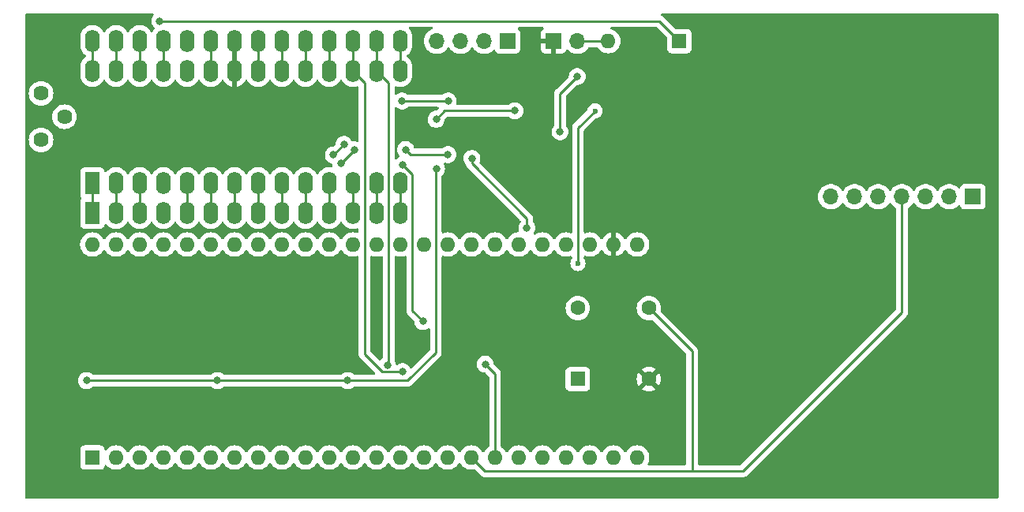
<source format=gbr>
%TF.GenerationSoftware,KiCad,Pcbnew,8.0.6*%
%TF.CreationDate,2024-12-06T22:05:36+05:00*%
%TF.ProjectId,mt-32DIT-module,6d742d33-3244-4495-942d-6d6f64756c65,rev?*%
%TF.SameCoordinates,Original*%
%TF.FileFunction,Copper,L2,Bot*%
%TF.FilePolarity,Positive*%
%FSLAX46Y46*%
G04 Gerber Fmt 4.6, Leading zero omitted, Abs format (unit mm)*
G04 Created by KiCad (PCBNEW 8.0.6) date 2024-12-06 22:05:36*
%MOMM*%
%LPD*%
G01*
G04 APERTURE LIST*
%TA.AperFunction,ComponentPad*%
%ADD10R,1.700000X1.700000*%
%TD*%
%TA.AperFunction,ComponentPad*%
%ADD11O,1.700000X1.700000*%
%TD*%
%TA.AperFunction,ComponentPad*%
%ADD12R,1.600000X1.600000*%
%TD*%
%TA.AperFunction,ComponentPad*%
%ADD13O,1.600000X1.600000*%
%TD*%
%TA.AperFunction,ComponentPad*%
%ADD14R,1.600000X2.400000*%
%TD*%
%TA.AperFunction,ComponentPad*%
%ADD15O,1.600000X2.400000*%
%TD*%
%TA.AperFunction,ComponentPad*%
%ADD16C,1.600000*%
%TD*%
%TA.AperFunction,ComponentPad*%
%ADD17C,1.620000*%
%TD*%
%TA.AperFunction,ViaPad*%
%ADD18C,0.800000*%
%TD*%
%TA.AperFunction,ViaPad*%
%ADD19C,0.600000*%
%TD*%
%TA.AperFunction,Conductor*%
%ADD20C,0.250000*%
%TD*%
G04 APERTURE END LIST*
D10*
%TO.P,J1,1,Pin_1*%
%TO.N,C_INH*%
X197790000Y-77560000D03*
D11*
%TO.P,J1,2,Pin_2*%
%TO.N,C_C*%
X195250000Y-77560000D03*
%TO.P,J1,3,Pin_3*%
%TO.N,C_B*%
X192710000Y-77560000D03*
%TO.P,J1,4,Pin_4*%
%TO.N,C_A*%
X190170000Y-77560000D03*
%TD*%
D12*
%TO.P,SW1,1*%
%TO.N,/PCM26*%
X216200000Y-77560000D03*
D13*
%TO.P,SW1,2*%
%TO.N,+5V*%
X208580000Y-77560000D03*
%TD*%
D14*
%TO.P,U6,1,Trim*%
%TO.N,/PCM1*%
X153250000Y-96000000D03*
D15*
%TO.P,U6,2,Bit1_(MSB)*%
%TO.N,P1*%
X155790000Y-96000000D03*
%TO.P,U6,3,Bit2*%
%TO.N,P2*%
X158330000Y-96000000D03*
%TO.P,U6,4,NC*%
%TO.N,unconnected-(U6-NC-Pad4)*%
X160870000Y-96000000D03*
%TO.P,U6,5,Bit3*%
%TO.N,P3*%
X163410000Y-96000000D03*
%TO.P,U6,6,Bit4*%
%TO.N,P4*%
X165950000Y-96000000D03*
%TO.P,U6,7,Bit5*%
%TO.N,P5*%
X168490000Y-96000000D03*
%TO.P,U6,8,Bit6*%
%TO.N,P6*%
X171030000Y-96000000D03*
%TO.P,U6,9,Bit7*%
%TO.N,P7*%
X173570000Y-96000000D03*
%TO.P,U6,10,Bit8*%
%TO.N,P8*%
X176110000Y-96000000D03*
%TO.P,U6,11,Bit9*%
%TO.N,P9*%
X178650000Y-96000000D03*
%TO.P,U6,12,Bit10*%
%TO.N,P10*%
X181190000Y-96000000D03*
%TO.P,U6,13,Bit11*%
%TO.N,P11*%
X183730000Y-96000000D03*
%TO.P,U6,14,Bit12*%
%TO.N,P12*%
X186270000Y-96000000D03*
%TO.P,U6,15,Bit13*%
%TO.N,P13*%
X186270000Y-80760000D03*
%TO.P,U6,16,Bit14*%
%TO.N,P14*%
X183730000Y-80760000D03*
%TO.P,U6,17,Bit15*%
%TO.N,P15*%
X181190000Y-80760000D03*
%TO.P,U6,18,Bit16_(LSB)*%
%TO.N,P16*%
X178650000Y-80760000D03*
%TO.P,U6,19,Vout*%
%TO.N,/PCM19*%
X176110000Y-80760000D03*
%TO.P,U6,20,Rfb*%
%TO.N,/PCM20*%
X173570000Y-80760000D03*
%TO.P,U6,21,SJ*%
%TO.N,/PCM21*%
X171030000Y-80760000D03*
%TO.P,U6,22,Common*%
%TO.N,GNDREF*%
X168490000Y-80760000D03*
%TO.P,U6,23,Iout*%
%TO.N,/PCM23*%
X165950000Y-80760000D03*
%TO.P,U6,24,NC*%
%TO.N,unconnected-(U6-NC-Pad24)*%
X163410000Y-80760000D03*
%TO.P,U6,25,Ibpo*%
%TO.N,/PCM25*%
X160870000Y-80760000D03*
%TO.P,U6,26,+Vcc*%
%TO.N,/PCM26*%
X158330000Y-80760000D03*
%TO.P,U6,27,MSB_adjust*%
%TO.N,/PCM27*%
X155790000Y-80760000D03*
%TO.P,U6,28,-Vcc*%
%TO.N,/PCM28*%
X153250000Y-80760000D03*
%TD*%
D14*
%TO.P,U10,1,Trim*%
%TO.N,/PCM1*%
X153250000Y-92800000D03*
D15*
%TO.P,U10,2,Bit1_(MSB)*%
%TO.N,P1*%
X155790000Y-92800000D03*
%TO.P,U10,3,Bit2*%
%TO.N,P2*%
X158330000Y-92800000D03*
%TO.P,U10,4,NC*%
%TO.N,unconnected-(U10-NC-Pad4)*%
X160870000Y-92800000D03*
%TO.P,U10,5,Bit3*%
%TO.N,P3*%
X163410000Y-92800000D03*
%TO.P,U10,6,Bit4*%
%TO.N,P4*%
X165950000Y-92800000D03*
%TO.P,U10,7,Bit5*%
%TO.N,P5*%
X168490000Y-92800000D03*
%TO.P,U10,8,Bit6*%
%TO.N,P6*%
X171030000Y-92800000D03*
%TO.P,U10,9,Bit7*%
%TO.N,P7*%
X173570000Y-92800000D03*
%TO.P,U10,10,Bit8*%
%TO.N,P8*%
X176110000Y-92800000D03*
%TO.P,U10,11,Bit9*%
%TO.N,P9*%
X178650000Y-92800000D03*
%TO.P,U10,12,Bit10*%
%TO.N,P10*%
X181190000Y-92800000D03*
%TO.P,U10,13,Bit11*%
%TO.N,P11*%
X183730000Y-92800000D03*
%TO.P,U10,14,Bit12*%
%TO.N,P12*%
X186270000Y-92800000D03*
%TO.P,U10,15,Bit13*%
%TO.N,P13*%
X186270000Y-77560000D03*
%TO.P,U10,16,Bit14*%
%TO.N,P14*%
X183730000Y-77560000D03*
%TO.P,U10,17,Bit15*%
%TO.N,P15*%
X181190000Y-77560000D03*
%TO.P,U10,18,Bit16_(LSB)*%
%TO.N,P16*%
X178650000Y-77560000D03*
%TO.P,U10,19,Vout*%
%TO.N,/PCM19*%
X176110000Y-77560000D03*
%TO.P,U10,20,Rfb*%
%TO.N,/PCM20*%
X173570000Y-77560000D03*
%TO.P,U10,21,SJ*%
%TO.N,/PCM21*%
X171030000Y-77560000D03*
%TO.P,U10,22,Common*%
%TO.N,GNDREF*%
X168490000Y-77560000D03*
%TO.P,U10,23,Iout*%
%TO.N,/PCM23*%
X165950000Y-77560000D03*
%TO.P,U10,24,NC*%
%TO.N,unconnected-(U10-NC-Pad24)*%
X163410000Y-77560000D03*
%TO.P,U10,25,Ibpo*%
%TO.N,/PCM25*%
X160870000Y-77560000D03*
%TO.P,U10,26,+Vcc*%
%TO.N,/PCM26*%
X158330000Y-77560000D03*
%TO.P,U10,27,MSB_adjust*%
%TO.N,/PCM27*%
X155790000Y-77560000D03*
%TO.P,U10,28,-Vcc*%
%TO.N,/PCM28*%
X153250000Y-77560000D03*
%TD*%
D12*
%TO.P,X1,1,OE*%
%TO.N,unconnected-(X1-OE-Pad1)*%
X205310000Y-113830000D03*
D16*
%TO.P,X1,4,GND*%
%TO.N,GNDREF*%
X212930000Y-113830000D03*
%TO.P,X1,5,OUT*%
%TO.N,MCLK*%
X212930000Y-106210000D03*
%TO.P,X1,8,Vcc*%
%TO.N,+3V3*%
X205310000Y-106210000D03*
%TD*%
D12*
%TO.P,U4,1,B38*%
%TO.N,D1*%
X153250000Y-122250000D03*
D13*
%TO.P,U4,2,B37*%
%TO.N,D2*%
X155790000Y-122250000D03*
%TO.P,U4,3,B36/GCLK4*%
%TO.N,D3*%
X158330000Y-122250000D03*
%TO.P,U4,4,B39*%
%TO.N,D4*%
X160870000Y-122250000D03*
%TO.P,U4,5,B25*%
%TO.N,D5*%
X163410000Y-122250000D03*
%TO.P,U4,6,B26*%
%TO.N,D6*%
X165950000Y-122250000D03*
%TO.P,U4,7,B27*%
%TO.N,D7*%
X168490000Y-122250000D03*
%TO.P,U4,8,B28*%
%TO.N,D8*%
X171030000Y-122250000D03*
%TO.P,U4,9,B29*%
%TO.N,D9*%
X173570000Y-122250000D03*
%TO.P,U4,10,B30*%
%TO.N,D10*%
X176110000Y-122250000D03*
%TO.P,U4,11,B33*%
%TO.N,D11*%
X178650000Y-122250000D03*
%TO.P,U4,12,B34*%
%TO.N,D12*%
X181190000Y-122250000D03*
%TO.P,U4,13,B40*%
%TO.N,D13*%
X183730000Y-122250000D03*
%TO.P,U4,14,B35/GCLKT4*%
%TO.N,unconnected-(U4-B35{slash}GCLKT4-Pad14)*%
X186270000Y-122250000D03*
%TO.P,U4,15,B41*%
%TO.N,D14*%
X188810000Y-122250000D03*
%TO.P,U4,16,B42*%
%TO.N,D15*%
X191350000Y-122250000D03*
%TO.P,U4,17,R51/GKLC3*%
%TO.N,MCLK*%
X193890000Y-122250000D03*
%TO.P,U4,18,R53*%
%TO.N,CLK_INH*%
X196430000Y-122250000D03*
%TO.P,U4,19,R54*%
%TO.N,DTR*%
X198970000Y-122250000D03*
%TO.P,U4,20,R55*%
%TO.N,D16*%
X201510000Y-122250000D03*
%TO.P,U4,21,R56*%
%TO.N,unconnected-(U4-R56-Pad21)*%
X204050000Y-122250000D03*
%TO.P,U4,22,R57*%
%TO.N,unconnected-(U4-R57-Pad22)*%
X206590000Y-122250000D03*
%TO.P,U4,23,T68*%
%TO.N,unconnected-(U4-T68-Pad23)*%
X209130000Y-122250000D03*
%TO.P,U4,24,T69*%
%TO.N,unconnected-(U4-T69-Pad24)*%
X211670000Y-122250000D03*
%TO.P,U4,25,3.3V*%
%TO.N,unconnected-(U4-3.3V-Pad25)*%
X211670000Y-99390000D03*
%TO.P,U4,26,GND*%
%TO.N,GNDREF*%
X209130000Y-99390000D03*
%TO.P,U4,27,B32*%
%TO.N,SDATA*%
X206590000Y-99390000D03*
%TO.P,U4,28,B31*%
%TO.N,WCLK*%
X204050000Y-99390000D03*
%TO.P,U4,29,R49*%
%TO.N,BCK*%
X201510000Y-99390000D03*
%TO.P,U4,30,R48*%
%TO.N,CLK_C*%
X198970000Y-99390000D03*
%TO.P,U4,31,5V*%
%TO.N,+5V*%
X196430000Y-99390000D03*
%TO.P,U4,32,T70*%
%TO.N,unconnected-(U4-T70-Pad32)*%
X193890000Y-99390000D03*
%TO.P,U4,33,T71*%
%TO.N,unconnected-(U4-T71-Pad33)*%
X191350000Y-99390000D03*
%TO.P,U4,34,T72*%
%TO.N,unconnected-(U4-T72-Pad34)*%
X188810000Y-99390000D03*
%TO.P,U4,35,T73*%
%TO.N,unconnected-(U4-T73-Pad35)*%
X186270000Y-99390000D03*
%TO.P,U4,36,T74*%
%TO.N,unconnected-(U4-T74-Pad36)*%
X183730000Y-99390000D03*
%TO.P,U4,37,T75*%
%TO.N,unconnected-(U4-T75-Pad37)*%
X181190000Y-99390000D03*
%TO.P,U4,38,T76*%
%TO.N,CLK_B*%
X178650000Y-99390000D03*
%TO.P,U4,39,T77*%
%TO.N,CLK_A*%
X176110000Y-99390000D03*
%TO.P,U4,40,T79*%
%TO.N,unconnected-(U4-T79-Pad40)*%
X173570000Y-99390000D03*
%TO.P,U4,41,T80*%
%TO.N,unconnected-(U4-T80-Pad41)*%
X171030000Y-99390000D03*
%TO.P,U4,42,T81*%
%TO.N,unconnected-(U4-T81-Pad42)*%
X168490000Y-99390000D03*
%TO.P,U4,43,T82*%
%TO.N,unconnected-(U4-T82-Pad43)*%
X165950000Y-99390000D03*
%TO.P,U4,44,T83*%
%TO.N,TEST_INH*%
X163410000Y-99390000D03*
%TO.P,U4,45,T84*%
%TO.N,TEST_C*%
X160870000Y-99390000D03*
%TO.P,U4,46,T85*%
%TO.N,TEST_B*%
X158330000Y-99390000D03*
%TO.P,U4,47,T86*%
%TO.N,TEST_A*%
X155790000Y-99390000D03*
%TO.P,U4,48,R63*%
%TO.N,TEST_BCK*%
X153250000Y-99390000D03*
%TD*%
D17*
%TO.P,RV1,1,1*%
%TO.N,Net-(R17-Pad1)*%
X147750000Y-83172500D03*
%TO.P,RV1,2,2*%
%TO.N,Net-(R16-Pad1)*%
X150250000Y-85672500D03*
%TO.P,RV1,3,3*%
%TO.N,Net-(R13-Pad2)*%
X147750000Y-88172500D03*
%TD*%
D10*
%TO.P,J2,1,Pin_1*%
%TO.N,GNDREF*%
X202705000Y-77560000D03*
D11*
%TO.P,J2,2,Pin_2*%
%TO.N,+5V*%
X205245000Y-77560000D03*
%TD*%
D10*
%TO.P,J3,1,Pin_1*%
%TO.N,GND*%
X247685000Y-94260000D03*
D11*
%TO.P,J3,2,Pin_2*%
%TO.N,+5V*%
X245145000Y-94260000D03*
%TO.P,J3,3,Pin_3*%
%TO.N,+3V3*%
X242605000Y-94260000D03*
%TO.P,J3,4,Pin_4*%
%TO.N,MCLK*%
X240065000Y-94260000D03*
%TO.P,J3,5,Pin_5*%
%TO.N,WCLK*%
X237525000Y-94260000D03*
%TO.P,J3,6,Pin_6*%
%TO.N,BCK*%
X234985000Y-94260000D03*
%TO.P,J3,7,Pin_7*%
%TO.N,SDATA*%
X232445000Y-94260000D03*
%TD*%
D18*
%TO.N,GNDREF*%
X159400000Y-120000000D03*
X166200000Y-120000000D03*
X218850000Y-77400000D03*
X173520000Y-120000000D03*
X158330000Y-83400000D03*
X152800000Y-102000000D03*
X178700000Y-102000000D03*
X155850000Y-102000000D03*
X180400000Y-83980000D03*
X193450000Y-120000000D03*
D19*
X215370000Y-99375000D03*
D18*
X168550000Y-102000000D03*
X181100000Y-102000000D03*
X188340000Y-120000000D03*
X175050000Y-112000000D03*
X191660000Y-102000000D03*
D19*
X241530000Y-80210000D03*
D18*
X152300000Y-120000000D03*
X156800000Y-112000000D03*
D19*
X231040000Y-98370000D03*
D18*
X154550000Y-112000000D03*
X191660000Y-107690000D03*
X176150000Y-102000000D03*
X210700000Y-79100000D03*
X186500000Y-86900000D03*
X162380000Y-120000000D03*
D19*
X194280000Y-101970000D03*
D18*
X199170000Y-125170000D03*
X160600000Y-112000000D03*
X181340000Y-120000000D03*
D19*
X202920000Y-95600000D03*
D18*
X159600000Y-102000000D03*
X157090000Y-120000000D03*
X154580000Y-120000000D03*
D19*
X235150000Y-81750000D03*
D18*
X191660000Y-112000000D03*
X173550000Y-102000000D03*
X166000000Y-102000000D03*
X170950000Y-112000000D03*
X166500000Y-112000000D03*
X171050000Y-102000000D03*
X177950000Y-120270000D03*
X163350000Y-102000000D03*
X175720000Y-120660000D03*
X186060000Y-102000000D03*
X183750000Y-106700000D03*
X171120000Y-120000000D03*
D19*
X243650000Y-91770000D03*
D18*
X200250000Y-77600000D03*
X184830000Y-120000000D03*
X149130000Y-125340000D03*
%TO.N,+5V*%
X205250000Y-81360000D03*
X203400000Y-87280000D03*
%TO.N,CLK_INH*%
X195375000Y-112225000D03*
%TO.N,CLK_C*%
X199850000Y-97600000D03*
X193950000Y-90150000D03*
%TO.N,CLK_B*%
X186845500Y-89210000D03*
X179890000Y-90710000D03*
X191390000Y-89740000D03*
X181355000Y-89245000D03*
%TO.N,CLK_A*%
X180230000Y-88640000D03*
X186460000Y-83980000D03*
X191410000Y-83980000D03*
X179100000Y-89770000D03*
%TO.N,P14*%
X184885000Y-112335000D03*
%TO.N,P15*%
X186510000Y-113030000D03*
%TO.N,P16*%
X186550000Y-90840000D03*
X188690000Y-107630000D03*
%TO.N,+3V3*%
X166670000Y-114000000D03*
D19*
X205320000Y-101420000D03*
D18*
X152630000Y-114000000D03*
D19*
X207150000Y-85050000D03*
D18*
X190150000Y-91250000D03*
X180630000Y-114000000D03*
X198550000Y-85030000D03*
X190130000Y-85950000D03*
%TO.N,/PCM26*%
X160480000Y-75410000D03*
%TD*%
D20*
%TO.N,GNDREF*%
X168490000Y-77560000D02*
X168490000Y-80760000D01*
%TO.N,+5V*%
X203400000Y-83210000D02*
X203400000Y-87280000D01*
X205250000Y-81360000D02*
X203400000Y-83210000D01*
X205245000Y-77560000D02*
X208580000Y-77560000D01*
%TO.N,CLK_INH*%
X195375000Y-112225000D02*
X196430000Y-113280000D01*
X196430000Y-113280000D02*
X196430000Y-122250000D01*
%TO.N,MCLK*%
X195340000Y-123700000D02*
X217580000Y-123700000D01*
X193890000Y-122250000D02*
X195340000Y-123700000D01*
X240065000Y-106665000D02*
X240065000Y-94260000D01*
X212930000Y-106210000D02*
X217580000Y-110860000D01*
X217580000Y-123700000D02*
X223030000Y-123700000D01*
X217580000Y-110860000D02*
X217580000Y-123700000D01*
X223030000Y-123700000D02*
X240065000Y-106665000D01*
%TO.N,CLK_C*%
X199850000Y-96600000D02*
X193950000Y-90700000D01*
X199850000Y-97600000D02*
X199850000Y-96600000D01*
X193950000Y-90700000D02*
X193950000Y-90150000D01*
%TO.N,CLK_B*%
X187375500Y-89740000D02*
X186845500Y-89210000D01*
X179890000Y-90710000D02*
X181355000Y-89245000D01*
X191390000Y-89740000D02*
X187375500Y-89740000D01*
%TO.N,CLK_A*%
X180230000Y-88640000D02*
X179100000Y-89770000D01*
X186460000Y-83980000D02*
X191410000Y-83980000D01*
%TO.N,P1*%
X155790000Y-92800000D02*
X155790000Y-96000000D01*
%TO.N,P2*%
X158330000Y-92800000D02*
X158330000Y-96000000D01*
%TO.N,P3*%
X163410000Y-92800000D02*
X163410000Y-96000000D01*
%TO.N,P4*%
X165950000Y-92800000D02*
X165950000Y-96000000D01*
%TO.N,P5*%
X168490000Y-92800000D02*
X168490000Y-96000000D01*
%TO.N,P6*%
X171030000Y-92800000D02*
X171030000Y-96000000D01*
%TO.N,P7*%
X173570000Y-92800000D02*
X173570000Y-96000000D01*
%TO.N,P8*%
X176110000Y-92800000D02*
X176110000Y-96000000D01*
%TO.N,P9*%
X178650000Y-92800000D02*
X178650000Y-96000000D01*
%TO.N,P10*%
X181190000Y-92800000D02*
X181190000Y-96000000D01*
%TO.N,P11*%
X183730000Y-92800000D02*
X183730000Y-96000000D01*
%TO.N,P12*%
X186270000Y-92800000D02*
X186270000Y-96000000D01*
%TO.N,P13*%
X186270000Y-77560000D02*
X186270000Y-80760000D01*
%TO.N,P14*%
X185020000Y-82050000D02*
X183730000Y-80760000D01*
X183730000Y-77560000D02*
X183730000Y-80760000D01*
X185020000Y-112200000D02*
X185020000Y-82050000D01*
X184885000Y-112335000D02*
X185020000Y-112200000D01*
%TO.N,P15*%
X181190000Y-77560000D02*
X181190000Y-80760000D01*
X186480000Y-113060000D02*
X184350000Y-113060000D01*
X184350000Y-113060000D02*
X182440000Y-111150000D01*
X182440000Y-82010000D02*
X181190000Y-80760000D01*
X182440000Y-111150000D02*
X182440000Y-82010000D01*
X186510000Y-113030000D02*
X186480000Y-113060000D01*
%TO.N,/PCM1*%
X153250000Y-92800000D02*
X153250000Y-96000000D01*
%TO.N,/PCM19*%
X176110000Y-77560000D02*
X176110000Y-80760000D01*
%TO.N,/PCM20*%
X173570000Y-77560000D02*
X173570000Y-80760000D01*
%TO.N,/PCM21*%
X171030000Y-77560000D02*
X171030000Y-80760000D01*
%TO.N,P16*%
X178650000Y-77560000D02*
X178650000Y-80760000D01*
X186550000Y-90840000D02*
X187570000Y-91860000D01*
X187570000Y-106510000D02*
X188690000Y-107630000D01*
X187570000Y-91860000D02*
X187570000Y-106510000D01*
%TO.N,/PCM23*%
X165950000Y-77560000D02*
X165950000Y-80760000D01*
%TO.N,/PCM25*%
X160870000Y-77560000D02*
X160870000Y-80760000D01*
%TO.N,/PCM27*%
X155790000Y-77560000D02*
X155790000Y-80760000D01*
%TO.N,/PCM28*%
X153250000Y-77560000D02*
X153250000Y-80760000D01*
%TO.N,+3V3*%
X191050000Y-85030000D02*
X190130000Y-85950000D01*
X205320000Y-86880000D02*
X207150000Y-85050000D01*
X190080000Y-110970000D02*
X190080000Y-91320000D01*
X187050000Y-114000000D02*
X190080000Y-110970000D01*
X205320000Y-101420000D02*
X205320000Y-86880000D01*
X190080000Y-91320000D02*
X190150000Y-91250000D01*
X152630000Y-114000000D02*
X166670000Y-114000000D01*
X180630000Y-114000000D02*
X187050000Y-114000000D01*
X198550000Y-85030000D02*
X191050000Y-85030000D01*
X166670000Y-114000000D02*
X180630000Y-114000000D01*
%TO.N,/PCM26*%
X158330000Y-77560000D02*
X158330000Y-80760000D01*
X160480000Y-75410000D02*
X214050000Y-75410000D01*
X214050000Y-75410000D02*
X216200000Y-77560000D01*
%TD*%
%TA.AperFunction,Conductor*%
%TO.N,GNDREF*%
G36*
X159784997Y-74605502D02*
G01*
X159831490Y-74659158D01*
X159841594Y-74729432D01*
X159812100Y-74794012D01*
X159810512Y-74795811D01*
X159740962Y-74873053D01*
X159740958Y-74873058D01*
X159645476Y-75038438D01*
X159645473Y-75038445D01*
X159586457Y-75220072D01*
X159566496Y-75410000D01*
X159586457Y-75599927D01*
X159616526Y-75692470D01*
X159645473Y-75781556D01*
X159645476Y-75781561D01*
X159740958Y-75946941D01*
X159740965Y-75946951D01*
X159868743Y-76088863D01*
X159877910Y-76095523D01*
X159921264Y-76151745D01*
X159927341Y-76222481D01*
X159894210Y-76285273D01*
X159892947Y-76286554D01*
X159871933Y-76307568D01*
X159750873Y-76474193D01*
X159712267Y-76549962D01*
X159663518Y-76601577D01*
X159594603Y-76618643D01*
X159527402Y-76595742D01*
X159487733Y-76549962D01*
X159469306Y-76513797D01*
X159449129Y-76474197D01*
X159328068Y-76307570D01*
X159328065Y-76307567D01*
X159328063Y-76307564D01*
X159182435Y-76161936D01*
X159182432Y-76161934D01*
X159182430Y-76161932D01*
X159054013Y-76068632D01*
X159015806Y-76040873D01*
X159015805Y-76040872D01*
X159015803Y-76040871D01*
X158832290Y-75947366D01*
X158832287Y-75947365D01*
X158832285Y-75947364D01*
X158636412Y-75883721D01*
X158636410Y-75883720D01*
X158636408Y-75883720D01*
X158432981Y-75851500D01*
X158227019Y-75851500D01*
X158023592Y-75883720D01*
X158023590Y-75883720D01*
X158023587Y-75883721D01*
X157827714Y-75947364D01*
X157827708Y-75947367D01*
X157644193Y-76040873D01*
X157477567Y-76161934D01*
X157477564Y-76161936D01*
X157331936Y-76307564D01*
X157331934Y-76307567D01*
X157210873Y-76474193D01*
X157172267Y-76549962D01*
X157123518Y-76601577D01*
X157054603Y-76618643D01*
X156987402Y-76595742D01*
X156947733Y-76549962D01*
X156929306Y-76513797D01*
X156909129Y-76474197D01*
X156788068Y-76307570D01*
X156788065Y-76307567D01*
X156788063Y-76307564D01*
X156642435Y-76161936D01*
X156642432Y-76161934D01*
X156642430Y-76161932D01*
X156514013Y-76068632D01*
X156475806Y-76040873D01*
X156475805Y-76040872D01*
X156475803Y-76040871D01*
X156292290Y-75947366D01*
X156292287Y-75947365D01*
X156292285Y-75947364D01*
X156096412Y-75883721D01*
X156096410Y-75883720D01*
X156096408Y-75883720D01*
X155892981Y-75851500D01*
X155687019Y-75851500D01*
X155483592Y-75883720D01*
X155483590Y-75883720D01*
X155483587Y-75883721D01*
X155287714Y-75947364D01*
X155287708Y-75947367D01*
X155104193Y-76040873D01*
X154937567Y-76161934D01*
X154937564Y-76161936D01*
X154791936Y-76307564D01*
X154791934Y-76307567D01*
X154670873Y-76474193D01*
X154632267Y-76549962D01*
X154583518Y-76601577D01*
X154514603Y-76618643D01*
X154447402Y-76595742D01*
X154407733Y-76549962D01*
X154389306Y-76513797D01*
X154369129Y-76474197D01*
X154248068Y-76307570D01*
X154248065Y-76307567D01*
X154248063Y-76307564D01*
X154102435Y-76161936D01*
X154102432Y-76161934D01*
X154102430Y-76161932D01*
X153974013Y-76068632D01*
X153935806Y-76040873D01*
X153935805Y-76040872D01*
X153935803Y-76040871D01*
X153752290Y-75947366D01*
X153752287Y-75947365D01*
X153752285Y-75947364D01*
X153556412Y-75883721D01*
X153556410Y-75883720D01*
X153556408Y-75883720D01*
X153352981Y-75851500D01*
X153147019Y-75851500D01*
X152943592Y-75883720D01*
X152943590Y-75883720D01*
X152943587Y-75883721D01*
X152747714Y-75947364D01*
X152747708Y-75947367D01*
X152564193Y-76040873D01*
X152397567Y-76161934D01*
X152397564Y-76161936D01*
X152251936Y-76307564D01*
X152251934Y-76307567D01*
X152130873Y-76474193D01*
X152037367Y-76657708D01*
X152037364Y-76657714D01*
X151973721Y-76853587D01*
X151973720Y-76853590D01*
X151973720Y-76853592D01*
X151941500Y-77057019D01*
X151941500Y-78062981D01*
X151971214Y-78250585D01*
X151973721Y-78266412D01*
X152037336Y-78462200D01*
X152037366Y-78462290D01*
X152130871Y-78645803D01*
X152251932Y-78812430D01*
X152251934Y-78812432D01*
X152251936Y-78812435D01*
X152397564Y-78958063D01*
X152397572Y-78958070D01*
X152535202Y-79058063D01*
X152578557Y-79114285D01*
X152584633Y-79185021D01*
X152551501Y-79247813D01*
X152535203Y-79261935D01*
X152397567Y-79361933D01*
X152251936Y-79507564D01*
X152251934Y-79507567D01*
X152130873Y-79674193D01*
X152037367Y-79857708D01*
X152037364Y-79857714D01*
X151973721Y-80053587D01*
X151973720Y-80053590D01*
X151973720Y-80053592D01*
X151941500Y-80257019D01*
X151941500Y-81262981D01*
X151964979Y-81411217D01*
X151973721Y-81466412D01*
X151979999Y-81485735D01*
X152037366Y-81662290D01*
X152130738Y-81845542D01*
X152130873Y-81845806D01*
X152147776Y-81869071D01*
X152251932Y-82012430D01*
X152251934Y-82012432D01*
X152251936Y-82012435D01*
X152397564Y-82158063D01*
X152397567Y-82158065D01*
X152397570Y-82158068D01*
X152564197Y-82279129D01*
X152747710Y-82372634D01*
X152943592Y-82436280D01*
X153147019Y-82468500D01*
X153147022Y-82468500D01*
X153352978Y-82468500D01*
X153352981Y-82468500D01*
X153556408Y-82436280D01*
X153752290Y-82372634D01*
X153935803Y-82279129D01*
X154102430Y-82158068D01*
X154248068Y-82012430D01*
X154369129Y-81845803D01*
X154407734Y-81770034D01*
X154456481Y-81718422D01*
X154525396Y-81701356D01*
X154592598Y-81724257D01*
X154632264Y-81770034D01*
X154670738Y-81845542D01*
X154670873Y-81845806D01*
X154687776Y-81869071D01*
X154791932Y-82012430D01*
X154791934Y-82012432D01*
X154791936Y-82012435D01*
X154937564Y-82158063D01*
X154937567Y-82158065D01*
X154937570Y-82158068D01*
X155104197Y-82279129D01*
X155287710Y-82372634D01*
X155483592Y-82436280D01*
X155687019Y-82468500D01*
X155687022Y-82468500D01*
X155892978Y-82468500D01*
X155892981Y-82468500D01*
X156096408Y-82436280D01*
X156292290Y-82372634D01*
X156475803Y-82279129D01*
X156642430Y-82158068D01*
X156788068Y-82012430D01*
X156909129Y-81845803D01*
X156947734Y-81770034D01*
X156996481Y-81718422D01*
X157065396Y-81701356D01*
X157132598Y-81724257D01*
X157172264Y-81770034D01*
X157210738Y-81845542D01*
X157210873Y-81845806D01*
X157227776Y-81869071D01*
X157331932Y-82012430D01*
X157331934Y-82012432D01*
X157331936Y-82012435D01*
X157477564Y-82158063D01*
X157477567Y-82158065D01*
X157477570Y-82158068D01*
X157644197Y-82279129D01*
X157827710Y-82372634D01*
X158023592Y-82436280D01*
X158227019Y-82468500D01*
X158227022Y-82468500D01*
X158432978Y-82468500D01*
X158432981Y-82468500D01*
X158636408Y-82436280D01*
X158832290Y-82372634D01*
X159015803Y-82279129D01*
X159182430Y-82158068D01*
X159328068Y-82012430D01*
X159449129Y-81845803D01*
X159487734Y-81770034D01*
X159536481Y-81718422D01*
X159605396Y-81701356D01*
X159672598Y-81724257D01*
X159712264Y-81770034D01*
X159750738Y-81845542D01*
X159750873Y-81845806D01*
X159767776Y-81869071D01*
X159871932Y-82012430D01*
X159871934Y-82012432D01*
X159871936Y-82012435D01*
X160017564Y-82158063D01*
X160017567Y-82158065D01*
X160017570Y-82158068D01*
X160184197Y-82279129D01*
X160367710Y-82372634D01*
X160563592Y-82436280D01*
X160767019Y-82468500D01*
X160767022Y-82468500D01*
X160972978Y-82468500D01*
X160972981Y-82468500D01*
X161176408Y-82436280D01*
X161372290Y-82372634D01*
X161555803Y-82279129D01*
X161722430Y-82158068D01*
X161868068Y-82012430D01*
X161989129Y-81845803D01*
X162027734Y-81770034D01*
X162076481Y-81718422D01*
X162145396Y-81701356D01*
X162212598Y-81724257D01*
X162252264Y-81770034D01*
X162290738Y-81845542D01*
X162290873Y-81845806D01*
X162307776Y-81869071D01*
X162411932Y-82012430D01*
X162411934Y-82012432D01*
X162411936Y-82012435D01*
X162557564Y-82158063D01*
X162557567Y-82158065D01*
X162557570Y-82158068D01*
X162724197Y-82279129D01*
X162907710Y-82372634D01*
X163103592Y-82436280D01*
X163307019Y-82468500D01*
X163307022Y-82468500D01*
X163512978Y-82468500D01*
X163512981Y-82468500D01*
X163716408Y-82436280D01*
X163912290Y-82372634D01*
X164095803Y-82279129D01*
X164262430Y-82158068D01*
X164408068Y-82012430D01*
X164529129Y-81845803D01*
X164567734Y-81770034D01*
X164616481Y-81718422D01*
X164685396Y-81701356D01*
X164752598Y-81724257D01*
X164792264Y-81770034D01*
X164830738Y-81845542D01*
X164830873Y-81845806D01*
X164847776Y-81869071D01*
X164951932Y-82012430D01*
X164951934Y-82012432D01*
X164951936Y-82012435D01*
X165097564Y-82158063D01*
X165097567Y-82158065D01*
X165097570Y-82158068D01*
X165264197Y-82279129D01*
X165447710Y-82372634D01*
X165643592Y-82436280D01*
X165847019Y-82468500D01*
X165847022Y-82468500D01*
X166052978Y-82468500D01*
X166052981Y-82468500D01*
X166256408Y-82436280D01*
X166452290Y-82372634D01*
X166635803Y-82279129D01*
X166802430Y-82158068D01*
X166948068Y-82012430D01*
X167069129Y-81845803D01*
X167108014Y-81769486D01*
X167156759Y-81717874D01*
X167225674Y-81700807D01*
X167292876Y-81723707D01*
X167332545Y-81769487D01*
X167371298Y-81845542D01*
X167492315Y-82012107D01*
X167492317Y-82012110D01*
X167637889Y-82157682D01*
X167637892Y-82157684D01*
X167804454Y-82278699D01*
X167987900Y-82372170D01*
X167987906Y-82372173D01*
X168183705Y-82435791D01*
X168183717Y-82435794D01*
X168235999Y-82444074D01*
X168236000Y-82444074D01*
X168236000Y-81071686D01*
X168244394Y-81080080D01*
X168335606Y-81132741D01*
X168437339Y-81160000D01*
X168542661Y-81160000D01*
X168644394Y-81132741D01*
X168735606Y-81080080D01*
X168744000Y-81071686D01*
X168744000Y-82444074D01*
X168796282Y-82435794D01*
X168796294Y-82435791D01*
X168992093Y-82372173D01*
X168992099Y-82372170D01*
X169175545Y-82278699D01*
X169342107Y-82157684D01*
X169342110Y-82157682D01*
X169487682Y-82012110D01*
X169487684Y-82012107D01*
X169608699Y-81845545D01*
X169647453Y-81769488D01*
X169696201Y-81717873D01*
X169765116Y-81700807D01*
X169832318Y-81723708D01*
X169871985Y-81769486D01*
X169910738Y-81845542D01*
X169910873Y-81845806D01*
X169927776Y-81869071D01*
X170031932Y-82012430D01*
X170031934Y-82012432D01*
X170031936Y-82012435D01*
X170177564Y-82158063D01*
X170177567Y-82158065D01*
X170177570Y-82158068D01*
X170344197Y-82279129D01*
X170527710Y-82372634D01*
X170723592Y-82436280D01*
X170927019Y-82468500D01*
X170927022Y-82468500D01*
X171132978Y-82468500D01*
X171132981Y-82468500D01*
X171336408Y-82436280D01*
X171532290Y-82372634D01*
X171715803Y-82279129D01*
X171882430Y-82158068D01*
X172028068Y-82012430D01*
X172149129Y-81845803D01*
X172187734Y-81770034D01*
X172236481Y-81718422D01*
X172305396Y-81701356D01*
X172372598Y-81724257D01*
X172412264Y-81770034D01*
X172450738Y-81845542D01*
X172450873Y-81845806D01*
X172467776Y-81869071D01*
X172571932Y-82012430D01*
X172571934Y-82012432D01*
X172571936Y-82012435D01*
X172717564Y-82158063D01*
X172717567Y-82158065D01*
X172717570Y-82158068D01*
X172884197Y-82279129D01*
X173067710Y-82372634D01*
X173263592Y-82436280D01*
X173467019Y-82468500D01*
X173467022Y-82468500D01*
X173672978Y-82468500D01*
X173672981Y-82468500D01*
X173876408Y-82436280D01*
X174072290Y-82372634D01*
X174255803Y-82279129D01*
X174422430Y-82158068D01*
X174568068Y-82012430D01*
X174689129Y-81845803D01*
X174727734Y-81770034D01*
X174776481Y-81718422D01*
X174845396Y-81701356D01*
X174912598Y-81724257D01*
X174952264Y-81770034D01*
X174990738Y-81845542D01*
X174990873Y-81845806D01*
X175007776Y-81869071D01*
X175111932Y-82012430D01*
X175111934Y-82012432D01*
X175111936Y-82012435D01*
X175257564Y-82158063D01*
X175257567Y-82158065D01*
X175257570Y-82158068D01*
X175424197Y-82279129D01*
X175607710Y-82372634D01*
X175803592Y-82436280D01*
X176007019Y-82468500D01*
X176007022Y-82468500D01*
X176212978Y-82468500D01*
X176212981Y-82468500D01*
X176416408Y-82436280D01*
X176612290Y-82372634D01*
X176795803Y-82279129D01*
X176962430Y-82158068D01*
X177108068Y-82012430D01*
X177229129Y-81845803D01*
X177267734Y-81770034D01*
X177316481Y-81718422D01*
X177385396Y-81701356D01*
X177452598Y-81724257D01*
X177492264Y-81770034D01*
X177530738Y-81845542D01*
X177530873Y-81845806D01*
X177547776Y-81869071D01*
X177651932Y-82012430D01*
X177651934Y-82012432D01*
X177651936Y-82012435D01*
X177797564Y-82158063D01*
X177797567Y-82158065D01*
X177797570Y-82158068D01*
X177964197Y-82279129D01*
X178147710Y-82372634D01*
X178343592Y-82436280D01*
X178547019Y-82468500D01*
X178547022Y-82468500D01*
X178752978Y-82468500D01*
X178752981Y-82468500D01*
X178956408Y-82436280D01*
X179152290Y-82372634D01*
X179335803Y-82279129D01*
X179502430Y-82158068D01*
X179648068Y-82012430D01*
X179769129Y-81845803D01*
X179807734Y-81770034D01*
X179856481Y-81718422D01*
X179925396Y-81701356D01*
X179992598Y-81724257D01*
X180032264Y-81770034D01*
X180070738Y-81845542D01*
X180070873Y-81845806D01*
X180087776Y-81869071D01*
X180191932Y-82012430D01*
X180191934Y-82012432D01*
X180191936Y-82012435D01*
X180337564Y-82158063D01*
X180337567Y-82158065D01*
X180337570Y-82158068D01*
X180504197Y-82279129D01*
X180687710Y-82372634D01*
X180883592Y-82436280D01*
X181087019Y-82468500D01*
X181087022Y-82468500D01*
X181292978Y-82468500D01*
X181292981Y-82468500D01*
X181496408Y-82436280D01*
X181641564Y-82389116D01*
X181712531Y-82387088D01*
X181773329Y-82423751D01*
X181804655Y-82487463D01*
X181806500Y-82508949D01*
X181806500Y-88257761D01*
X181786498Y-88325882D01*
X181732842Y-88372375D01*
X181662568Y-88382479D01*
X181641573Y-88377597D01*
X181637297Y-88376208D01*
X181619264Y-88372375D01*
X181450487Y-88336500D01*
X181259513Y-88336500D01*
X181259510Y-88336500D01*
X181208777Y-88347283D01*
X181137987Y-88341880D01*
X181081355Y-88299063D01*
X181068402Y-88273943D01*
X181067211Y-88274474D01*
X181064530Y-88268455D01*
X181064527Y-88268444D01*
X180969040Y-88103056D01*
X180969038Y-88103054D01*
X180969034Y-88103048D01*
X180841255Y-87961135D01*
X180686752Y-87848882D01*
X180512288Y-87771206D01*
X180325487Y-87731500D01*
X180134513Y-87731500D01*
X179947711Y-87771206D01*
X179773247Y-87848882D01*
X179618744Y-87961135D01*
X179490965Y-88103048D01*
X179490958Y-88103058D01*
X179395476Y-88268438D01*
X179395473Y-88268444D01*
X179393514Y-88274474D01*
X179336457Y-88450072D01*
X179319092Y-88615292D01*
X179292079Y-88680949D01*
X179282878Y-88691216D01*
X179149501Y-88824595D01*
X179087189Y-88858620D01*
X179060405Y-88861500D01*
X179004513Y-88861500D01*
X178817711Y-88901206D01*
X178643247Y-88978882D01*
X178488744Y-89091135D01*
X178360965Y-89233048D01*
X178360958Y-89233058D01*
X178265476Y-89398438D01*
X178265473Y-89398445D01*
X178206457Y-89580072D01*
X178186496Y-89770000D01*
X178206457Y-89959927D01*
X178235361Y-90048882D01*
X178265473Y-90141556D01*
X178265476Y-90141561D01*
X178360958Y-90306941D01*
X178360965Y-90306951D01*
X178488744Y-90448864D01*
X178488747Y-90448866D01*
X178643248Y-90561118D01*
X178817712Y-90638794D01*
X178882924Y-90652655D01*
X178945398Y-90686383D01*
X178979719Y-90748532D01*
X178982038Y-90762732D01*
X178996457Y-90899927D01*
X179011752Y-90946998D01*
X179013780Y-91017966D01*
X178977117Y-91078764D01*
X178913405Y-91110090D01*
X178872208Y-91110383D01*
X178752981Y-91091500D01*
X178547019Y-91091500D01*
X178343592Y-91123720D01*
X178343590Y-91123720D01*
X178343587Y-91123721D01*
X178147714Y-91187364D01*
X178147708Y-91187367D01*
X177964193Y-91280873D01*
X177797567Y-91401934D01*
X177797564Y-91401936D01*
X177651936Y-91547564D01*
X177651934Y-91547567D01*
X177530873Y-91714193D01*
X177530871Y-91714197D01*
X177493805Y-91786944D01*
X177492267Y-91789962D01*
X177443518Y-91841577D01*
X177374603Y-91858643D01*
X177307402Y-91835742D01*
X177267733Y-91789962D01*
X177266196Y-91786945D01*
X177229129Y-91714197D01*
X177108068Y-91547570D01*
X177108065Y-91547567D01*
X177108063Y-91547564D01*
X176962435Y-91401936D01*
X176962432Y-91401934D01*
X176962430Y-91401932D01*
X176795803Y-91280871D01*
X176612290Y-91187366D01*
X176612287Y-91187365D01*
X176612285Y-91187364D01*
X176416412Y-91123721D01*
X176416410Y-91123720D01*
X176416408Y-91123720D01*
X176212981Y-91091500D01*
X176007019Y-91091500D01*
X175803592Y-91123720D01*
X175803590Y-91123720D01*
X175803587Y-91123721D01*
X175607714Y-91187364D01*
X175607708Y-91187367D01*
X175424193Y-91280873D01*
X175257567Y-91401934D01*
X175257564Y-91401936D01*
X175111936Y-91547564D01*
X175111934Y-91547567D01*
X174990873Y-91714193D01*
X174990871Y-91714197D01*
X174953805Y-91786944D01*
X174952267Y-91789962D01*
X174903518Y-91841577D01*
X174834603Y-91858643D01*
X174767402Y-91835742D01*
X174727733Y-91789962D01*
X174726196Y-91786945D01*
X174689129Y-91714197D01*
X174568068Y-91547570D01*
X174568065Y-91547567D01*
X174568063Y-91547564D01*
X174422435Y-91401936D01*
X174422432Y-91401934D01*
X174422430Y-91401932D01*
X174255803Y-91280871D01*
X174072290Y-91187366D01*
X174072287Y-91187365D01*
X174072285Y-91187364D01*
X173876412Y-91123721D01*
X173876410Y-91123720D01*
X173876408Y-91123720D01*
X173672981Y-91091500D01*
X173467019Y-91091500D01*
X173263592Y-91123720D01*
X173263590Y-91123720D01*
X173263587Y-91123721D01*
X173067714Y-91187364D01*
X173067708Y-91187367D01*
X172884193Y-91280873D01*
X172717567Y-91401934D01*
X172717564Y-91401936D01*
X172571936Y-91547564D01*
X172571934Y-91547567D01*
X172450873Y-91714193D01*
X172450871Y-91714197D01*
X172413805Y-91786944D01*
X172412267Y-91789962D01*
X172363518Y-91841577D01*
X172294603Y-91858643D01*
X172227402Y-91835742D01*
X172187733Y-91789962D01*
X172186196Y-91786945D01*
X172149129Y-91714197D01*
X172028068Y-91547570D01*
X172028065Y-91547567D01*
X172028063Y-91547564D01*
X171882435Y-91401936D01*
X171882432Y-91401934D01*
X171882430Y-91401932D01*
X171715803Y-91280871D01*
X171532290Y-91187366D01*
X171532287Y-91187365D01*
X171532285Y-91187364D01*
X171336412Y-91123721D01*
X171336410Y-91123720D01*
X171336408Y-91123720D01*
X171132981Y-91091500D01*
X170927019Y-91091500D01*
X170723592Y-91123720D01*
X170723590Y-91123720D01*
X170723587Y-91123721D01*
X170527714Y-91187364D01*
X170527708Y-91187367D01*
X170344193Y-91280873D01*
X170177567Y-91401934D01*
X170177564Y-91401936D01*
X170031936Y-91547564D01*
X170031934Y-91547567D01*
X169910873Y-91714193D01*
X169910871Y-91714197D01*
X169873805Y-91786944D01*
X169872267Y-91789962D01*
X169823518Y-91841577D01*
X169754603Y-91858643D01*
X169687402Y-91835742D01*
X169647733Y-91789962D01*
X169646196Y-91786945D01*
X169609129Y-91714197D01*
X169488068Y-91547570D01*
X169488065Y-91547567D01*
X169488063Y-91547564D01*
X169342435Y-91401936D01*
X169342432Y-91401934D01*
X169342430Y-91401932D01*
X169175803Y-91280871D01*
X168992290Y-91187366D01*
X168992287Y-91187365D01*
X168992285Y-91187364D01*
X168796412Y-91123721D01*
X168796410Y-91123720D01*
X168796408Y-91123720D01*
X168592981Y-91091500D01*
X168387019Y-91091500D01*
X168183592Y-91123720D01*
X168183590Y-91123720D01*
X168183587Y-91123721D01*
X167987714Y-91187364D01*
X167987708Y-91187367D01*
X167804193Y-91280873D01*
X167637567Y-91401934D01*
X167637564Y-91401936D01*
X167491936Y-91547564D01*
X167491934Y-91547567D01*
X167370873Y-91714193D01*
X167370871Y-91714197D01*
X167333805Y-91786944D01*
X167332267Y-91789962D01*
X167283518Y-91841577D01*
X167214603Y-91858643D01*
X167147402Y-91835742D01*
X167107733Y-91789962D01*
X167106196Y-91786945D01*
X167069129Y-91714197D01*
X166948068Y-91547570D01*
X166948065Y-91547567D01*
X166948063Y-91547564D01*
X166802435Y-91401936D01*
X166802432Y-91401934D01*
X166802430Y-91401932D01*
X166635803Y-91280871D01*
X166452290Y-91187366D01*
X166452287Y-91187365D01*
X166452285Y-91187364D01*
X166256412Y-91123721D01*
X166256410Y-91123720D01*
X166256408Y-91123720D01*
X166052981Y-91091500D01*
X165847019Y-91091500D01*
X165643592Y-91123720D01*
X165643590Y-91123720D01*
X165643587Y-91123721D01*
X165447714Y-91187364D01*
X165447708Y-91187367D01*
X165264193Y-91280873D01*
X165097567Y-91401934D01*
X165097564Y-91401936D01*
X164951936Y-91547564D01*
X164951934Y-91547567D01*
X164830873Y-91714193D01*
X164830871Y-91714197D01*
X164793805Y-91786944D01*
X164792267Y-91789962D01*
X164743518Y-91841577D01*
X164674603Y-91858643D01*
X164607402Y-91835742D01*
X164567733Y-91789962D01*
X164566196Y-91786945D01*
X164529129Y-91714197D01*
X164408068Y-91547570D01*
X164408065Y-91547567D01*
X164408063Y-91547564D01*
X164262435Y-91401936D01*
X164262432Y-91401934D01*
X164262430Y-91401932D01*
X164095803Y-91280871D01*
X163912290Y-91187366D01*
X163912287Y-91187365D01*
X163912285Y-91187364D01*
X163716412Y-91123721D01*
X163716410Y-91123720D01*
X163716408Y-91123720D01*
X163512981Y-91091500D01*
X163307019Y-91091500D01*
X163103592Y-91123720D01*
X163103590Y-91123720D01*
X163103587Y-91123721D01*
X162907714Y-91187364D01*
X162907708Y-91187367D01*
X162724193Y-91280873D01*
X162557567Y-91401934D01*
X162557564Y-91401936D01*
X162411936Y-91547564D01*
X162411934Y-91547567D01*
X162290873Y-91714193D01*
X162290871Y-91714197D01*
X162253805Y-91786944D01*
X162252267Y-91789962D01*
X162203518Y-91841577D01*
X162134603Y-91858643D01*
X162067402Y-91835742D01*
X162027733Y-91789962D01*
X162026196Y-91786945D01*
X161989129Y-91714197D01*
X161868068Y-91547570D01*
X161868065Y-91547567D01*
X161868063Y-91547564D01*
X161722435Y-91401936D01*
X161722432Y-91401934D01*
X161722430Y-91401932D01*
X161555803Y-91280871D01*
X161372290Y-91187366D01*
X161372287Y-91187365D01*
X161372285Y-91187364D01*
X161176412Y-91123721D01*
X161176410Y-91123720D01*
X161176408Y-91123720D01*
X160972981Y-91091500D01*
X160767019Y-91091500D01*
X160563592Y-91123720D01*
X160563590Y-91123720D01*
X160563587Y-91123721D01*
X160367714Y-91187364D01*
X160367708Y-91187367D01*
X160184193Y-91280873D01*
X160017567Y-91401934D01*
X160017564Y-91401936D01*
X159871936Y-91547564D01*
X159871934Y-91547567D01*
X159750873Y-91714193D01*
X159750871Y-91714197D01*
X159713805Y-91786944D01*
X159712267Y-91789962D01*
X159663518Y-91841577D01*
X159594603Y-91858643D01*
X159527402Y-91835742D01*
X159487733Y-91789962D01*
X159486196Y-91786945D01*
X159449129Y-91714197D01*
X159328068Y-91547570D01*
X159328065Y-91547567D01*
X159328063Y-91547564D01*
X159182435Y-91401936D01*
X159182432Y-91401934D01*
X159182430Y-91401932D01*
X159015803Y-91280871D01*
X158832290Y-91187366D01*
X158832287Y-91187365D01*
X158832285Y-91187364D01*
X158636412Y-91123721D01*
X158636410Y-91123720D01*
X158636408Y-91123720D01*
X158432981Y-91091500D01*
X158227019Y-91091500D01*
X158023592Y-91123720D01*
X158023590Y-91123720D01*
X158023587Y-91123721D01*
X157827714Y-91187364D01*
X157827708Y-91187367D01*
X157644193Y-91280873D01*
X157477567Y-91401934D01*
X157477564Y-91401936D01*
X157331936Y-91547564D01*
X157331934Y-91547567D01*
X157210873Y-91714193D01*
X157210871Y-91714197D01*
X157173805Y-91786944D01*
X157172267Y-91789962D01*
X157123518Y-91841577D01*
X157054603Y-91858643D01*
X156987402Y-91835742D01*
X156947733Y-91789962D01*
X156946196Y-91786945D01*
X156909129Y-91714197D01*
X156788068Y-91547570D01*
X156788065Y-91547567D01*
X156788063Y-91547564D01*
X156642435Y-91401936D01*
X156642432Y-91401934D01*
X156642430Y-91401932D01*
X156475803Y-91280871D01*
X156292290Y-91187366D01*
X156292287Y-91187365D01*
X156292285Y-91187364D01*
X156096412Y-91123721D01*
X156096410Y-91123720D01*
X156096408Y-91123720D01*
X155892981Y-91091500D01*
X155687019Y-91091500D01*
X155483592Y-91123720D01*
X155483590Y-91123720D01*
X155483587Y-91123721D01*
X155287714Y-91187364D01*
X155287708Y-91187367D01*
X155104193Y-91280873D01*
X154937567Y-91401934D01*
X154937564Y-91401936D01*
X154791933Y-91547567D01*
X154780484Y-91563326D01*
X154724260Y-91606678D01*
X154653524Y-91612752D01*
X154590733Y-91579618D01*
X154555824Y-91517797D01*
X154553272Y-91502728D01*
X154551990Y-91490804D01*
X154551988Y-91490795D01*
X154500889Y-91353797D01*
X154500887Y-91353792D01*
X154413261Y-91236738D01*
X154296207Y-91149112D01*
X154296202Y-91149110D01*
X154159204Y-91098011D01*
X154159196Y-91098009D01*
X154098649Y-91091500D01*
X154098638Y-91091500D01*
X152401362Y-91091500D01*
X152401350Y-91091500D01*
X152340803Y-91098009D01*
X152340795Y-91098011D01*
X152203797Y-91149110D01*
X152203792Y-91149112D01*
X152086738Y-91236738D01*
X151999112Y-91353792D01*
X151999110Y-91353797D01*
X151948011Y-91490795D01*
X151948009Y-91490803D01*
X151941500Y-91551350D01*
X151941500Y-94048649D01*
X151948009Y-94109196D01*
X151948011Y-94109204D01*
X151999110Y-94246202D01*
X151999113Y-94246207D01*
X152057715Y-94324491D01*
X152082526Y-94391011D01*
X152067434Y-94460386D01*
X152057715Y-94475509D01*
X151999113Y-94553792D01*
X151999110Y-94553797D01*
X151948011Y-94690795D01*
X151948009Y-94690803D01*
X151941500Y-94751350D01*
X151941500Y-97248649D01*
X151948009Y-97309196D01*
X151948011Y-97309204D01*
X151999110Y-97446202D01*
X151999112Y-97446207D01*
X152086738Y-97563261D01*
X152203792Y-97650887D01*
X152203794Y-97650888D01*
X152203796Y-97650889D01*
X152238280Y-97663751D01*
X152340795Y-97701988D01*
X152340803Y-97701990D01*
X152401350Y-97708499D01*
X152401355Y-97708499D01*
X152401362Y-97708500D01*
X152401368Y-97708500D01*
X154098632Y-97708500D01*
X154098638Y-97708500D01*
X154098645Y-97708499D01*
X154098649Y-97708499D01*
X154159196Y-97701990D01*
X154159199Y-97701989D01*
X154159201Y-97701989D01*
X154296204Y-97650889D01*
X154296385Y-97650754D01*
X154413261Y-97563261D01*
X154500887Y-97446207D01*
X154500887Y-97446206D01*
X154500889Y-97446204D01*
X154551989Y-97309201D01*
X154553272Y-97297271D01*
X154580439Y-97231678D01*
X154638756Y-97191186D01*
X154709708Y-97188650D01*
X154770767Y-97224876D01*
X154780480Y-97236668D01*
X154791932Y-97252430D01*
X154791934Y-97252432D01*
X154791937Y-97252436D01*
X154937564Y-97398063D01*
X154937567Y-97398065D01*
X154937570Y-97398068D01*
X155104197Y-97519129D01*
X155287710Y-97612634D01*
X155483592Y-97676280D01*
X155687019Y-97708500D01*
X155687022Y-97708500D01*
X155892978Y-97708500D01*
X155892981Y-97708500D01*
X156096408Y-97676280D01*
X156292290Y-97612634D01*
X156475803Y-97519129D01*
X156642430Y-97398068D01*
X156788068Y-97252430D01*
X156909129Y-97085803D01*
X156947734Y-97010034D01*
X156996481Y-96958422D01*
X157065396Y-96941356D01*
X157132598Y-96964257D01*
X157172264Y-97010034D01*
X157210871Y-97085803D01*
X157331932Y-97252430D01*
X157331934Y-97252432D01*
X157331936Y-97252435D01*
X157477564Y-97398063D01*
X157477567Y-97398065D01*
X157477570Y-97398068D01*
X157644197Y-97519129D01*
X157827710Y-97612634D01*
X158023592Y-97676280D01*
X158227019Y-97708500D01*
X158227022Y-97708500D01*
X158432978Y-97708500D01*
X158432981Y-97708500D01*
X158636408Y-97676280D01*
X158832290Y-97612634D01*
X159015803Y-97519129D01*
X159182430Y-97398068D01*
X159328068Y-97252430D01*
X159449129Y-97085803D01*
X159487734Y-97010034D01*
X159536481Y-96958422D01*
X159605396Y-96941356D01*
X159672598Y-96964257D01*
X159712264Y-97010034D01*
X159750871Y-97085803D01*
X159871932Y-97252430D01*
X159871934Y-97252432D01*
X159871936Y-97252435D01*
X160017564Y-97398063D01*
X160017567Y-97398065D01*
X160017570Y-97398068D01*
X160184197Y-97519129D01*
X160367710Y-97612634D01*
X160563592Y-97676280D01*
X160767019Y-97708500D01*
X160767022Y-97708500D01*
X160972978Y-97708500D01*
X160972981Y-97708500D01*
X161176408Y-97676280D01*
X161372290Y-97612634D01*
X161555803Y-97519129D01*
X161722430Y-97398068D01*
X161868068Y-97252430D01*
X161989129Y-97085803D01*
X162027734Y-97010034D01*
X162076481Y-96958422D01*
X162145396Y-96941356D01*
X162212598Y-96964257D01*
X162252264Y-97010034D01*
X162290871Y-97085803D01*
X162411932Y-97252430D01*
X162411934Y-97252432D01*
X162411936Y-97252435D01*
X162557564Y-97398063D01*
X162557567Y-97398065D01*
X162557570Y-97398068D01*
X162724197Y-97519129D01*
X162907710Y-97612634D01*
X163103592Y-97676280D01*
X163307019Y-97708500D01*
X163307022Y-97708500D01*
X163512978Y-97708500D01*
X163512981Y-97708500D01*
X163716408Y-97676280D01*
X163912290Y-97612634D01*
X164095803Y-97519129D01*
X164262430Y-97398068D01*
X164408068Y-97252430D01*
X164529129Y-97085803D01*
X164567734Y-97010034D01*
X164616481Y-96958422D01*
X164685396Y-96941356D01*
X164752598Y-96964257D01*
X164792264Y-97010034D01*
X164830871Y-97085803D01*
X164951932Y-97252430D01*
X164951934Y-97252432D01*
X164951936Y-97252435D01*
X165097564Y-97398063D01*
X165097567Y-97398065D01*
X165097570Y-97398068D01*
X165264197Y-97519129D01*
X165447710Y-97612634D01*
X165643592Y-97676280D01*
X165847019Y-97708500D01*
X165847022Y-97708500D01*
X166052978Y-97708500D01*
X166052981Y-97708500D01*
X166256408Y-97676280D01*
X166452290Y-97612634D01*
X166635803Y-97519129D01*
X166802430Y-97398068D01*
X166948068Y-97252430D01*
X167069129Y-97085803D01*
X167107734Y-97010034D01*
X167156481Y-96958422D01*
X167225396Y-96941356D01*
X167292598Y-96964257D01*
X167332264Y-97010034D01*
X167370871Y-97085803D01*
X167491932Y-97252430D01*
X167491934Y-97252432D01*
X167491936Y-97252435D01*
X167637564Y-97398063D01*
X167637567Y-97398065D01*
X167637570Y-97398068D01*
X167804197Y-97519129D01*
X167987710Y-97612634D01*
X168183592Y-97676280D01*
X168387019Y-97708500D01*
X168387022Y-97708500D01*
X168592978Y-97708500D01*
X168592981Y-97708500D01*
X168796408Y-97676280D01*
X168992290Y-97612634D01*
X169175803Y-97519129D01*
X169342430Y-97398068D01*
X169488068Y-97252430D01*
X169609129Y-97085803D01*
X169647734Y-97010034D01*
X169696481Y-96958422D01*
X169765396Y-96941356D01*
X169832598Y-96964257D01*
X169872264Y-97010034D01*
X169910871Y-97085803D01*
X170031932Y-97252430D01*
X170031934Y-97252432D01*
X170031936Y-97252435D01*
X170177564Y-97398063D01*
X170177567Y-97398065D01*
X170177570Y-97398068D01*
X170344197Y-97519129D01*
X170527710Y-97612634D01*
X170723592Y-97676280D01*
X170927019Y-97708500D01*
X170927022Y-97708500D01*
X171132978Y-97708500D01*
X171132981Y-97708500D01*
X171336408Y-97676280D01*
X171532290Y-97612634D01*
X171715803Y-97519129D01*
X171882430Y-97398068D01*
X172028068Y-97252430D01*
X172149129Y-97085803D01*
X172187734Y-97010034D01*
X172236481Y-96958422D01*
X172305396Y-96941356D01*
X172372598Y-96964257D01*
X172412264Y-97010034D01*
X172450871Y-97085803D01*
X172571932Y-97252430D01*
X172571934Y-97252432D01*
X172571936Y-97252435D01*
X172717564Y-97398063D01*
X172717567Y-97398065D01*
X172717570Y-97398068D01*
X172884197Y-97519129D01*
X173067710Y-97612634D01*
X173263592Y-97676280D01*
X173467019Y-97708500D01*
X173467022Y-97708500D01*
X173672978Y-97708500D01*
X173672981Y-97708500D01*
X173876408Y-97676280D01*
X174072290Y-97612634D01*
X174255803Y-97519129D01*
X174422430Y-97398068D01*
X174568068Y-97252430D01*
X174689129Y-97085803D01*
X174727734Y-97010034D01*
X174776481Y-96958422D01*
X174845396Y-96941356D01*
X174912598Y-96964257D01*
X174952264Y-97010034D01*
X174990871Y-97085803D01*
X175111932Y-97252430D01*
X175111934Y-97252432D01*
X175111936Y-97252435D01*
X175257564Y-97398063D01*
X175257567Y-97398065D01*
X175257570Y-97398068D01*
X175424197Y-97519129D01*
X175607710Y-97612634D01*
X175803592Y-97676280D01*
X176007019Y-97708500D01*
X176007022Y-97708500D01*
X176212978Y-97708500D01*
X176212981Y-97708500D01*
X176416408Y-97676280D01*
X176612290Y-97612634D01*
X176795803Y-97519129D01*
X176962430Y-97398068D01*
X177108068Y-97252430D01*
X177229129Y-97085803D01*
X177267734Y-97010034D01*
X177316481Y-96958422D01*
X177385396Y-96941356D01*
X177452598Y-96964257D01*
X177492264Y-97010034D01*
X177530871Y-97085803D01*
X177651932Y-97252430D01*
X177651934Y-97252432D01*
X177651936Y-97252435D01*
X177797564Y-97398063D01*
X177797567Y-97398065D01*
X177797570Y-97398068D01*
X177964197Y-97519129D01*
X178147710Y-97612634D01*
X178343592Y-97676280D01*
X178547019Y-97708500D01*
X178547022Y-97708500D01*
X178752978Y-97708500D01*
X178752981Y-97708500D01*
X178956408Y-97676280D01*
X179152290Y-97612634D01*
X179335803Y-97519129D01*
X179502430Y-97398068D01*
X179648068Y-97252430D01*
X179769129Y-97085803D01*
X179807734Y-97010034D01*
X179856481Y-96958422D01*
X179925396Y-96941356D01*
X179992598Y-96964257D01*
X180032264Y-97010034D01*
X180070871Y-97085803D01*
X180191932Y-97252430D01*
X180191934Y-97252432D01*
X180191936Y-97252435D01*
X180337564Y-97398063D01*
X180337567Y-97398065D01*
X180337570Y-97398068D01*
X180504197Y-97519129D01*
X180687710Y-97612634D01*
X180883592Y-97676280D01*
X181087019Y-97708500D01*
X181087022Y-97708500D01*
X181292978Y-97708500D01*
X181292981Y-97708500D01*
X181496408Y-97676280D01*
X181641564Y-97629116D01*
X181712531Y-97627088D01*
X181773329Y-97663751D01*
X181804655Y-97727463D01*
X181806500Y-97748949D01*
X181806500Y-98036645D01*
X181786498Y-98104766D01*
X181732842Y-98151259D01*
X181662568Y-98161363D01*
X181644631Y-98156862D01*
X181644557Y-98157140D01*
X181619605Y-98150454D01*
X181418087Y-98096457D01*
X181190000Y-98076502D01*
X180961913Y-98096457D01*
X180740759Y-98155715D01*
X180740753Y-98155717D01*
X180533250Y-98252477D01*
X180345703Y-98383799D01*
X180345697Y-98383804D01*
X180183804Y-98545697D01*
X180183799Y-98545703D01*
X180052477Y-98733250D01*
X180034195Y-98772457D01*
X179987278Y-98825742D01*
X179919001Y-98845203D01*
X179851041Y-98824661D01*
X179805805Y-98772457D01*
X179803894Y-98768359D01*
X179787523Y-98733251D01*
X179656198Y-98545700D01*
X179494300Y-98383802D01*
X179306749Y-98252477D01*
X179286498Y-98243034D01*
X179099246Y-98155717D01*
X179099240Y-98155715D01*
X178909096Y-98104766D01*
X178878087Y-98096457D01*
X178650000Y-98076502D01*
X178421913Y-98096457D01*
X178200759Y-98155715D01*
X178200753Y-98155717D01*
X177993250Y-98252477D01*
X177805703Y-98383799D01*
X177805697Y-98383804D01*
X177643804Y-98545697D01*
X177643799Y-98545703D01*
X177512477Y-98733250D01*
X177494195Y-98772457D01*
X177447278Y-98825742D01*
X177379001Y-98845203D01*
X177311041Y-98824661D01*
X177265805Y-98772457D01*
X177263894Y-98768359D01*
X177247523Y-98733251D01*
X177116198Y-98545700D01*
X176954300Y-98383802D01*
X176766749Y-98252477D01*
X176746498Y-98243034D01*
X176559246Y-98155717D01*
X176559240Y-98155715D01*
X176369096Y-98104766D01*
X176338087Y-98096457D01*
X176110000Y-98076502D01*
X175881913Y-98096457D01*
X175660759Y-98155715D01*
X175660753Y-98155717D01*
X175453250Y-98252477D01*
X175265703Y-98383799D01*
X175265697Y-98383804D01*
X175103804Y-98545697D01*
X175103799Y-98545703D01*
X174972477Y-98733250D01*
X174954195Y-98772457D01*
X174907278Y-98825742D01*
X174839001Y-98845203D01*
X174771041Y-98824661D01*
X174725805Y-98772457D01*
X174723894Y-98768359D01*
X174707523Y-98733251D01*
X174576198Y-98545700D01*
X174414300Y-98383802D01*
X174226749Y-98252477D01*
X174206498Y-98243034D01*
X174019246Y-98155717D01*
X174019240Y-98155715D01*
X173829096Y-98104766D01*
X173798087Y-98096457D01*
X173570000Y-98076502D01*
X173341913Y-98096457D01*
X173120759Y-98155715D01*
X173120753Y-98155717D01*
X172913250Y-98252477D01*
X172725703Y-98383799D01*
X172725697Y-98383804D01*
X172563804Y-98545697D01*
X172563799Y-98545703D01*
X172432477Y-98733250D01*
X172414195Y-98772457D01*
X172367278Y-98825742D01*
X172299001Y-98845203D01*
X172231041Y-98824661D01*
X172185805Y-98772457D01*
X172183894Y-98768359D01*
X172167523Y-98733251D01*
X172036198Y-98545700D01*
X171874300Y-98383802D01*
X171686749Y-98252477D01*
X171666498Y-98243034D01*
X171479246Y-98155717D01*
X171479240Y-98155715D01*
X171289096Y-98104766D01*
X171258087Y-98096457D01*
X171030000Y-98076502D01*
X170801913Y-98096457D01*
X170580759Y-98155715D01*
X170580753Y-98155717D01*
X170373250Y-98252477D01*
X170185703Y-98383799D01*
X170185697Y-98383804D01*
X170023804Y-98545697D01*
X170023799Y-98545703D01*
X169892477Y-98733250D01*
X169874195Y-98772457D01*
X169827278Y-98825742D01*
X169759001Y-98845203D01*
X169691041Y-98824661D01*
X169645805Y-98772457D01*
X169643894Y-98768359D01*
X169627523Y-98733251D01*
X169496198Y-98545700D01*
X169334300Y-98383802D01*
X169146749Y-98252477D01*
X169126498Y-98243034D01*
X168939246Y-98155717D01*
X168939240Y-98155715D01*
X168749096Y-98104766D01*
X168718087Y-98096457D01*
X168490000Y-98076502D01*
X168261913Y-98096457D01*
X168040759Y-98155715D01*
X168040753Y-98155717D01*
X167833250Y-98252477D01*
X167645703Y-98383799D01*
X167645697Y-98383804D01*
X167483804Y-98545697D01*
X167483799Y-98545703D01*
X167352477Y-98733250D01*
X167334195Y-98772457D01*
X167287278Y-98825742D01*
X167219001Y-98845203D01*
X167151041Y-98824661D01*
X167105805Y-98772457D01*
X167103894Y-98768359D01*
X167087523Y-98733251D01*
X166956198Y-98545700D01*
X166794300Y-98383802D01*
X166606749Y-98252477D01*
X166586498Y-98243034D01*
X166399246Y-98155717D01*
X166399240Y-98155715D01*
X166209096Y-98104766D01*
X166178087Y-98096457D01*
X165950000Y-98076502D01*
X165721913Y-98096457D01*
X165500759Y-98155715D01*
X165500753Y-98155717D01*
X165293250Y-98252477D01*
X165105703Y-98383799D01*
X165105697Y-98383804D01*
X164943804Y-98545697D01*
X164943799Y-98545703D01*
X164812477Y-98733250D01*
X164794195Y-98772457D01*
X164747278Y-98825742D01*
X164679001Y-98845203D01*
X164611041Y-98824661D01*
X164565805Y-98772457D01*
X164563894Y-98768359D01*
X164547523Y-98733251D01*
X164416198Y-98545700D01*
X164254300Y-98383802D01*
X164066749Y-98252477D01*
X164046498Y-98243034D01*
X163859246Y-98155717D01*
X163859240Y-98155715D01*
X163669096Y-98104766D01*
X163638087Y-98096457D01*
X163410000Y-98076502D01*
X163181913Y-98096457D01*
X162960759Y-98155715D01*
X162960753Y-98155717D01*
X162753250Y-98252477D01*
X162565703Y-98383799D01*
X162565697Y-98383804D01*
X162403804Y-98545697D01*
X162403799Y-98545703D01*
X162272477Y-98733250D01*
X162254195Y-98772457D01*
X162207278Y-98825742D01*
X162139001Y-98845203D01*
X162071041Y-98824661D01*
X162025805Y-98772457D01*
X162023894Y-98768359D01*
X162007523Y-98733251D01*
X161876198Y-98545700D01*
X161714300Y-98383802D01*
X161526749Y-98252477D01*
X161506498Y-98243034D01*
X161319246Y-98155717D01*
X161319240Y-98155715D01*
X161129096Y-98104766D01*
X161098087Y-98096457D01*
X160870000Y-98076502D01*
X160641913Y-98096457D01*
X160420759Y-98155715D01*
X160420753Y-98155717D01*
X160213250Y-98252477D01*
X160025703Y-98383799D01*
X160025697Y-98383804D01*
X159863804Y-98545697D01*
X159863799Y-98545703D01*
X159732477Y-98733250D01*
X159714195Y-98772457D01*
X159667278Y-98825742D01*
X159599001Y-98845203D01*
X159531041Y-98824661D01*
X159485805Y-98772457D01*
X159483894Y-98768359D01*
X159467523Y-98733251D01*
X159336198Y-98545700D01*
X159174300Y-98383802D01*
X158986749Y-98252477D01*
X158966498Y-98243034D01*
X158779246Y-98155717D01*
X158779240Y-98155715D01*
X158589096Y-98104766D01*
X158558087Y-98096457D01*
X158330000Y-98076502D01*
X158101913Y-98096457D01*
X157880759Y-98155715D01*
X157880753Y-98155717D01*
X157673250Y-98252477D01*
X157485703Y-98383799D01*
X157485697Y-98383804D01*
X157323804Y-98545697D01*
X157323799Y-98545703D01*
X157192477Y-98733250D01*
X157174195Y-98772457D01*
X157127278Y-98825742D01*
X157059001Y-98845203D01*
X156991041Y-98824661D01*
X156945805Y-98772457D01*
X156943894Y-98768359D01*
X156927523Y-98733251D01*
X156796198Y-98545700D01*
X156634300Y-98383802D01*
X156446749Y-98252477D01*
X156426498Y-98243034D01*
X156239246Y-98155717D01*
X156239240Y-98155715D01*
X156049096Y-98104766D01*
X156018087Y-98096457D01*
X155790000Y-98076502D01*
X155561913Y-98096457D01*
X155340759Y-98155715D01*
X155340753Y-98155717D01*
X155133250Y-98252477D01*
X154945703Y-98383799D01*
X154945697Y-98383804D01*
X154783804Y-98545697D01*
X154783799Y-98545703D01*
X154652477Y-98733250D01*
X154634195Y-98772457D01*
X154587278Y-98825742D01*
X154519001Y-98845203D01*
X154451041Y-98824661D01*
X154405805Y-98772457D01*
X154403894Y-98768359D01*
X154387523Y-98733251D01*
X154256198Y-98545700D01*
X154094300Y-98383802D01*
X153906749Y-98252477D01*
X153886498Y-98243034D01*
X153699246Y-98155717D01*
X153699240Y-98155715D01*
X153509096Y-98104766D01*
X153478087Y-98096457D01*
X153250000Y-98076502D01*
X153021913Y-98096457D01*
X152800759Y-98155715D01*
X152800753Y-98155717D01*
X152593250Y-98252477D01*
X152405703Y-98383799D01*
X152405697Y-98383804D01*
X152243804Y-98545697D01*
X152243799Y-98545703D01*
X152112477Y-98733250D01*
X152015717Y-98940753D01*
X152015715Y-98940759D01*
X151980000Y-99074049D01*
X151956457Y-99161913D01*
X151936502Y-99390000D01*
X151956457Y-99618087D01*
X152015716Y-99839243D01*
X152112477Y-100046749D01*
X152243802Y-100234300D01*
X152405700Y-100396198D01*
X152593251Y-100527523D01*
X152800757Y-100624284D01*
X153021913Y-100683543D01*
X153250000Y-100703498D01*
X153478087Y-100683543D01*
X153699243Y-100624284D01*
X153906749Y-100527523D01*
X154094300Y-100396198D01*
X154256198Y-100234300D01*
X154387523Y-100046749D01*
X154405805Y-100007543D01*
X154452721Y-99954258D01*
X154520998Y-99934796D01*
X154588958Y-99955337D01*
X154634195Y-100007543D01*
X154652477Y-100046749D01*
X154783802Y-100234300D01*
X154945700Y-100396198D01*
X155133251Y-100527523D01*
X155340757Y-100624284D01*
X155561913Y-100683543D01*
X155790000Y-100703498D01*
X156018087Y-100683543D01*
X156239243Y-100624284D01*
X156446749Y-100527523D01*
X156634300Y-100396198D01*
X156796198Y-100234300D01*
X156927523Y-100046749D01*
X156945805Y-100007543D01*
X156992721Y-99954258D01*
X157060998Y-99934796D01*
X157128958Y-99955337D01*
X157174195Y-100007543D01*
X157192477Y-100046749D01*
X157323802Y-100234300D01*
X157485700Y-100396198D01*
X157673251Y-100527523D01*
X157880757Y-100624284D01*
X158101913Y-100683543D01*
X158330000Y-100703498D01*
X158558087Y-100683543D01*
X158779243Y-100624284D01*
X158986749Y-100527523D01*
X159174300Y-100396198D01*
X159336198Y-100234300D01*
X159467523Y-100046749D01*
X159485805Y-100007543D01*
X159532721Y-99954258D01*
X159600998Y-99934796D01*
X159668958Y-99955337D01*
X159714195Y-100007543D01*
X159732477Y-100046749D01*
X159863802Y-100234300D01*
X160025700Y-100396198D01*
X160213251Y-100527523D01*
X160420757Y-100624284D01*
X160641913Y-100683543D01*
X160870000Y-100703498D01*
X161098087Y-100683543D01*
X161319243Y-100624284D01*
X161526749Y-100527523D01*
X161714300Y-100396198D01*
X161876198Y-100234300D01*
X162007523Y-100046749D01*
X162025805Y-100007543D01*
X162072721Y-99954258D01*
X162140998Y-99934796D01*
X162208958Y-99955337D01*
X162254195Y-100007543D01*
X162272477Y-100046749D01*
X162403802Y-100234300D01*
X162565700Y-100396198D01*
X162753251Y-100527523D01*
X162960757Y-100624284D01*
X163181913Y-100683543D01*
X163410000Y-100703498D01*
X163638087Y-100683543D01*
X163859243Y-100624284D01*
X164066749Y-100527523D01*
X164254300Y-100396198D01*
X164416198Y-100234300D01*
X164547523Y-100046749D01*
X164565805Y-100007543D01*
X164612721Y-99954258D01*
X164680998Y-99934796D01*
X164748958Y-99955337D01*
X164794195Y-100007543D01*
X164812477Y-100046749D01*
X164943802Y-100234300D01*
X165105700Y-100396198D01*
X165293251Y-100527523D01*
X165500757Y-100624284D01*
X165721913Y-100683543D01*
X165950000Y-100703498D01*
X166178087Y-100683543D01*
X166399243Y-100624284D01*
X166606749Y-100527523D01*
X166794300Y-100396198D01*
X166956198Y-100234300D01*
X167087523Y-100046749D01*
X167105805Y-100007543D01*
X167152721Y-99954258D01*
X167220998Y-99934796D01*
X167288958Y-99955337D01*
X167334195Y-100007543D01*
X167352477Y-100046749D01*
X167483802Y-100234300D01*
X167645700Y-100396198D01*
X167833251Y-100527523D01*
X168040757Y-100624284D01*
X168261913Y-100683543D01*
X168490000Y-100703498D01*
X168718087Y-100683543D01*
X168939243Y-100624284D01*
X169146749Y-100527523D01*
X169334300Y-100396198D01*
X169496198Y-100234300D01*
X169627523Y-100046749D01*
X169645805Y-100007543D01*
X169692721Y-99954258D01*
X169760998Y-99934796D01*
X169828958Y-99955337D01*
X169874195Y-100007543D01*
X169892477Y-100046749D01*
X170023802Y-100234300D01*
X170185700Y-100396198D01*
X170373251Y-100527523D01*
X170580757Y-100624284D01*
X170801913Y-100683543D01*
X171030000Y-100703498D01*
X171258087Y-100683543D01*
X171479243Y-100624284D01*
X171686749Y-100527523D01*
X171874300Y-100396198D01*
X172036198Y-100234300D01*
X172167523Y-100046749D01*
X172185805Y-100007543D01*
X172232721Y-99954258D01*
X172300998Y-99934796D01*
X172368958Y-99955337D01*
X172414195Y-100007543D01*
X172432477Y-100046749D01*
X172563802Y-100234300D01*
X172725700Y-100396198D01*
X172913251Y-100527523D01*
X173120757Y-100624284D01*
X173341913Y-100683543D01*
X173570000Y-100703498D01*
X173798087Y-100683543D01*
X174019243Y-100624284D01*
X174226749Y-100527523D01*
X174414300Y-100396198D01*
X174576198Y-100234300D01*
X174707523Y-100046749D01*
X174725805Y-100007543D01*
X174772721Y-99954258D01*
X174840998Y-99934796D01*
X174908958Y-99955337D01*
X174954195Y-100007543D01*
X174972477Y-100046749D01*
X175103802Y-100234300D01*
X175265700Y-100396198D01*
X175453251Y-100527523D01*
X175660757Y-100624284D01*
X175881913Y-100683543D01*
X176110000Y-100703498D01*
X176338087Y-100683543D01*
X176559243Y-100624284D01*
X176766749Y-100527523D01*
X176954300Y-100396198D01*
X177116198Y-100234300D01*
X177247523Y-100046749D01*
X177265805Y-100007543D01*
X177312721Y-99954258D01*
X177380998Y-99934796D01*
X177448958Y-99955337D01*
X177494195Y-100007543D01*
X177512477Y-100046749D01*
X177643802Y-100234300D01*
X177805700Y-100396198D01*
X177993251Y-100527523D01*
X178200757Y-100624284D01*
X178421913Y-100683543D01*
X178650000Y-100703498D01*
X178878087Y-100683543D01*
X179099243Y-100624284D01*
X179306749Y-100527523D01*
X179494300Y-100396198D01*
X179656198Y-100234300D01*
X179787523Y-100046749D01*
X179805805Y-100007543D01*
X179852721Y-99954258D01*
X179920998Y-99934796D01*
X179988958Y-99955337D01*
X180034195Y-100007543D01*
X180052477Y-100046749D01*
X180183802Y-100234300D01*
X180345700Y-100396198D01*
X180533251Y-100527523D01*
X180740757Y-100624284D01*
X180961913Y-100683543D01*
X181190000Y-100703498D01*
X181418087Y-100683543D01*
X181639243Y-100624284D01*
X181639243Y-100624283D01*
X181644557Y-100622860D01*
X181644989Y-100624473D01*
X181708251Y-100620448D01*
X181770294Y-100654962D01*
X181803827Y-100717540D01*
X181806500Y-100743354D01*
X181806500Y-111087606D01*
X181806500Y-111212394D01*
X181830845Y-111334785D01*
X181878600Y-111450075D01*
X181947929Y-111553833D01*
X181947931Y-111553835D01*
X183545501Y-113151405D01*
X183579527Y-113213717D01*
X183574462Y-113284532D01*
X183531915Y-113341368D01*
X183465395Y-113366179D01*
X183456406Y-113366500D01*
X181338200Y-113366500D01*
X181270079Y-113346498D01*
X181244563Y-113324810D01*
X181241252Y-113321133D01*
X181086752Y-113208882D01*
X180912288Y-113131206D01*
X180725487Y-113091500D01*
X180534513Y-113091500D01*
X180347711Y-113131206D01*
X180173247Y-113208882D01*
X180018747Y-113321133D01*
X180015437Y-113324810D01*
X179954991Y-113362050D01*
X179921800Y-113366500D01*
X167378200Y-113366500D01*
X167310079Y-113346498D01*
X167284563Y-113324810D01*
X167281252Y-113321133D01*
X167126752Y-113208882D01*
X166952288Y-113131206D01*
X166765487Y-113091500D01*
X166574513Y-113091500D01*
X166387711Y-113131206D01*
X166213247Y-113208882D01*
X166058747Y-113321133D01*
X166055437Y-113324810D01*
X165994991Y-113362050D01*
X165961800Y-113366500D01*
X153338200Y-113366500D01*
X153270079Y-113346498D01*
X153244563Y-113324810D01*
X153241252Y-113321133D01*
X153086752Y-113208882D01*
X152912288Y-113131206D01*
X152725487Y-113091500D01*
X152534513Y-113091500D01*
X152347711Y-113131206D01*
X152173247Y-113208882D01*
X152018744Y-113321135D01*
X151890965Y-113463048D01*
X151890958Y-113463058D01*
X151795476Y-113628438D01*
X151795473Y-113628445D01*
X151736457Y-113810072D01*
X151716496Y-114000000D01*
X151736457Y-114189927D01*
X151740621Y-114202741D01*
X151795473Y-114371556D01*
X151795476Y-114371561D01*
X151890958Y-114536941D01*
X151890965Y-114536951D01*
X152018744Y-114678864D01*
X152018747Y-114678866D01*
X152173248Y-114791118D01*
X152347712Y-114868794D01*
X152534513Y-114908500D01*
X152725487Y-114908500D01*
X152912288Y-114868794D01*
X153086752Y-114791118D01*
X153241253Y-114678866D01*
X153244563Y-114675190D01*
X153305009Y-114637950D01*
X153338200Y-114633500D01*
X165961800Y-114633500D01*
X166029921Y-114653502D01*
X166055437Y-114675190D01*
X166058747Y-114678866D01*
X166213248Y-114791118D01*
X166387712Y-114868794D01*
X166574513Y-114908500D01*
X166765487Y-114908500D01*
X166952288Y-114868794D01*
X167126752Y-114791118D01*
X167281253Y-114678866D01*
X167284563Y-114675190D01*
X167345009Y-114637950D01*
X167378200Y-114633500D01*
X179921800Y-114633500D01*
X179989921Y-114653502D01*
X180015437Y-114675190D01*
X180018747Y-114678866D01*
X180173248Y-114791118D01*
X180347712Y-114868794D01*
X180534513Y-114908500D01*
X180725487Y-114908500D01*
X180912288Y-114868794D01*
X181086752Y-114791118D01*
X181241253Y-114678866D01*
X181244563Y-114675190D01*
X181305009Y-114637950D01*
X181338200Y-114633500D01*
X187112393Y-114633500D01*
X187112394Y-114633500D01*
X187234785Y-114609155D01*
X187350075Y-114561400D01*
X187453833Y-114492071D01*
X190572071Y-111373833D01*
X190641400Y-111270075D01*
X190689155Y-111154785D01*
X190713500Y-111032394D01*
X190713500Y-110907606D01*
X190713500Y-106210000D01*
X203996502Y-106210000D01*
X204016457Y-106438087D01*
X204016836Y-106439501D01*
X204075715Y-106659240D01*
X204075717Y-106659246D01*
X204172477Y-106866749D01*
X204241326Y-106965076D01*
X204303802Y-107054300D01*
X204465700Y-107216198D01*
X204653251Y-107347523D01*
X204860757Y-107444284D01*
X205081913Y-107503543D01*
X205310000Y-107523498D01*
X205538087Y-107503543D01*
X205759243Y-107444284D01*
X205966749Y-107347523D01*
X206154300Y-107216198D01*
X206316198Y-107054300D01*
X206447523Y-106866749D01*
X206544284Y-106659243D01*
X206603543Y-106438087D01*
X206623498Y-106210000D01*
X206603543Y-105981913D01*
X206544284Y-105760757D01*
X206447523Y-105553251D01*
X206316198Y-105365700D01*
X206154300Y-105203802D01*
X205966749Y-105072477D01*
X205759246Y-104975717D01*
X205759240Y-104975715D01*
X205665771Y-104950670D01*
X205538087Y-104916457D01*
X205310000Y-104896502D01*
X205081913Y-104916457D01*
X204860759Y-104975715D01*
X204860753Y-104975717D01*
X204653250Y-105072477D01*
X204465703Y-105203799D01*
X204465697Y-105203804D01*
X204303804Y-105365697D01*
X204303799Y-105365703D01*
X204172477Y-105553250D01*
X204075717Y-105760753D01*
X204075716Y-105760757D01*
X204016457Y-105981913D01*
X203996502Y-106210000D01*
X190713500Y-106210000D01*
X190713500Y-100734745D01*
X190733502Y-100666624D01*
X190787158Y-100620131D01*
X190857432Y-100610027D01*
X190892750Y-100620550D01*
X190900757Y-100624284D01*
X191121913Y-100683543D01*
X191350000Y-100703498D01*
X191578087Y-100683543D01*
X191799243Y-100624284D01*
X192006749Y-100527523D01*
X192194300Y-100396198D01*
X192356198Y-100234300D01*
X192487523Y-100046749D01*
X192505805Y-100007543D01*
X192552721Y-99954258D01*
X192620998Y-99934796D01*
X192688958Y-99955337D01*
X192734195Y-100007543D01*
X192752477Y-100046749D01*
X192883802Y-100234300D01*
X193045700Y-100396198D01*
X193233251Y-100527523D01*
X193440757Y-100624284D01*
X193661913Y-100683543D01*
X193890000Y-100703498D01*
X194118087Y-100683543D01*
X194339243Y-100624284D01*
X194546749Y-100527523D01*
X194734300Y-100396198D01*
X194896198Y-100234300D01*
X195027523Y-100046749D01*
X195045805Y-100007543D01*
X195092721Y-99954258D01*
X195160998Y-99934796D01*
X195228958Y-99955337D01*
X195274195Y-100007543D01*
X195292477Y-100046749D01*
X195423802Y-100234300D01*
X195585700Y-100396198D01*
X195773251Y-100527523D01*
X195980757Y-100624284D01*
X196201913Y-100683543D01*
X196430000Y-100703498D01*
X196658087Y-100683543D01*
X196879243Y-100624284D01*
X197086749Y-100527523D01*
X197274300Y-100396198D01*
X197436198Y-100234300D01*
X197567523Y-100046749D01*
X197585805Y-100007543D01*
X197632721Y-99954258D01*
X197700998Y-99934796D01*
X197768958Y-99955337D01*
X197814195Y-100007543D01*
X197832477Y-100046749D01*
X197963802Y-100234300D01*
X198125700Y-100396198D01*
X198313251Y-100527523D01*
X198520757Y-100624284D01*
X198741913Y-100683543D01*
X198970000Y-100703498D01*
X199198087Y-100683543D01*
X199419243Y-100624284D01*
X199626749Y-100527523D01*
X199814300Y-100396198D01*
X199976198Y-100234300D01*
X200107523Y-100046749D01*
X200125805Y-100007543D01*
X200172721Y-99954258D01*
X200240998Y-99934796D01*
X200308958Y-99955337D01*
X200354195Y-100007543D01*
X200372477Y-100046749D01*
X200503802Y-100234300D01*
X200665700Y-100396198D01*
X200853251Y-100527523D01*
X201060757Y-100624284D01*
X201281913Y-100683543D01*
X201510000Y-100703498D01*
X201738087Y-100683543D01*
X201959243Y-100624284D01*
X202166749Y-100527523D01*
X202354300Y-100396198D01*
X202516198Y-100234300D01*
X202647523Y-100046749D01*
X202665805Y-100007543D01*
X202712721Y-99954258D01*
X202780998Y-99934796D01*
X202848958Y-99955337D01*
X202894195Y-100007543D01*
X202912477Y-100046749D01*
X203043802Y-100234300D01*
X203205700Y-100396198D01*
X203393251Y-100527523D01*
X203600757Y-100624284D01*
X203821913Y-100683543D01*
X204050000Y-100703498D01*
X204278087Y-100683543D01*
X204499243Y-100624284D01*
X204507248Y-100620550D01*
X204577440Y-100609889D01*
X204642253Y-100638868D01*
X204681110Y-100698287D01*
X204686500Y-100734745D01*
X204686500Y-100872262D01*
X204667187Y-100939298D01*
X204586958Y-101066981D01*
X204586957Y-101066984D01*
X204586957Y-101066985D01*
X204526783Y-101238953D01*
X204506384Y-101420000D01*
X204526783Y-101601047D01*
X204526783Y-101601049D01*
X204526784Y-101601050D01*
X204586957Y-101773015D01*
X204586958Y-101773018D01*
X204683887Y-101927279D01*
X204683888Y-101927281D01*
X204812718Y-102056111D01*
X204812720Y-102056112D01*
X204966981Y-102153041D01*
X204966982Y-102153041D01*
X204966985Y-102153043D01*
X205138953Y-102213217D01*
X205320000Y-102233616D01*
X205501047Y-102213217D01*
X205673015Y-102153043D01*
X205827281Y-102056111D01*
X205956111Y-101927281D01*
X206053043Y-101773015D01*
X206113217Y-101601047D01*
X206133616Y-101420000D01*
X206113217Y-101238953D01*
X206053043Y-101066985D01*
X206053041Y-101066982D01*
X206053041Y-101066981D01*
X205972813Y-100939298D01*
X205953500Y-100872262D01*
X205953500Y-100734745D01*
X205973502Y-100666624D01*
X206027158Y-100620131D01*
X206097432Y-100610027D01*
X206132750Y-100620550D01*
X206140757Y-100624284D01*
X206361913Y-100683543D01*
X206590000Y-100703498D01*
X206818087Y-100683543D01*
X207039243Y-100624284D01*
X207246749Y-100527523D01*
X207434300Y-100396198D01*
X207596198Y-100234300D01*
X207727523Y-100046749D01*
X207746081Y-100006950D01*
X207792995Y-99953667D01*
X207861272Y-99934205D01*
X207929232Y-99954745D01*
X207974469Y-100006949D01*
X207992911Y-100046497D01*
X208124184Y-100233974D01*
X208124189Y-100233980D01*
X208286019Y-100395810D01*
X208286025Y-100395815D01*
X208473501Y-100527087D01*
X208680926Y-100623811D01*
X208680931Y-100623813D01*
X208876000Y-100676081D01*
X208876000Y-99701686D01*
X208884394Y-99710080D01*
X208975606Y-99762741D01*
X209077339Y-99790000D01*
X209182661Y-99790000D01*
X209284394Y-99762741D01*
X209375606Y-99710080D01*
X209384000Y-99701686D01*
X209384000Y-100676081D01*
X209579068Y-100623813D01*
X209579073Y-100623811D01*
X209786498Y-100527087D01*
X209973974Y-100395815D01*
X209973980Y-100395810D01*
X210135810Y-100233980D01*
X210135815Y-100233974D01*
X210267087Y-100046498D01*
X210285529Y-100006951D01*
X210332446Y-99953666D01*
X210400723Y-99934205D01*
X210468683Y-99954747D01*
X210513919Y-100006951D01*
X210532477Y-100046749D01*
X210663802Y-100234300D01*
X210825700Y-100396198D01*
X211013251Y-100527523D01*
X211220757Y-100624284D01*
X211441913Y-100683543D01*
X211670000Y-100703498D01*
X211898087Y-100683543D01*
X212119243Y-100624284D01*
X212326749Y-100527523D01*
X212514300Y-100396198D01*
X212676198Y-100234300D01*
X212807523Y-100046749D01*
X212904284Y-99839243D01*
X212963543Y-99618087D01*
X212983498Y-99390000D01*
X212963543Y-99161913D01*
X212904284Y-98940757D01*
X212807523Y-98733251D01*
X212676198Y-98545700D01*
X212514300Y-98383802D01*
X212326749Y-98252477D01*
X212306498Y-98243034D01*
X212119246Y-98155717D01*
X212119240Y-98155715D01*
X211929096Y-98104766D01*
X211898087Y-98096457D01*
X211670000Y-98076502D01*
X211441913Y-98096457D01*
X211220759Y-98155715D01*
X211220753Y-98155717D01*
X211013250Y-98252477D01*
X210825703Y-98383799D01*
X210825697Y-98383804D01*
X210663804Y-98545697D01*
X210663799Y-98545703D01*
X210532475Y-98733252D01*
X210513918Y-98773049D01*
X210467001Y-98826333D01*
X210398724Y-98845794D01*
X210330764Y-98825252D01*
X210285530Y-98773049D01*
X210267089Y-98733503D01*
X210135815Y-98546025D01*
X210135810Y-98546019D01*
X209973980Y-98384189D01*
X209973974Y-98384184D01*
X209786498Y-98252912D01*
X209579073Y-98156188D01*
X209579071Y-98156187D01*
X209384000Y-98103917D01*
X209384000Y-99078314D01*
X209375606Y-99069920D01*
X209284394Y-99017259D01*
X209182661Y-98990000D01*
X209077339Y-98990000D01*
X208975606Y-99017259D01*
X208884394Y-99069920D01*
X208876000Y-99078314D01*
X208876000Y-98103917D01*
X208875999Y-98103917D01*
X208680928Y-98156187D01*
X208680926Y-98156188D01*
X208473501Y-98252912D01*
X208286025Y-98384184D01*
X208286019Y-98384189D01*
X208124189Y-98546019D01*
X208124184Y-98546025D01*
X207992910Y-98733504D01*
X207974468Y-98773051D01*
X207927550Y-98826335D01*
X207859272Y-98845794D01*
X207791313Y-98825250D01*
X207746080Y-98773047D01*
X207727641Y-98733504D01*
X207727523Y-98733251D01*
X207596198Y-98545700D01*
X207434300Y-98383802D01*
X207246749Y-98252477D01*
X207226498Y-98243034D01*
X207039246Y-98155717D01*
X207039240Y-98155715D01*
X206849096Y-98104766D01*
X206818087Y-98096457D01*
X206590000Y-98076502D01*
X206361913Y-98096457D01*
X206140759Y-98155715D01*
X206140747Y-98155719D01*
X206132745Y-98159451D01*
X206062553Y-98170109D01*
X205997741Y-98141126D01*
X205958888Y-98081705D01*
X205953500Y-98045254D01*
X205953500Y-87194593D01*
X205973502Y-87126472D01*
X205990400Y-87105503D01*
X207211561Y-85884341D01*
X207273871Y-85850318D01*
X207286540Y-85848231D01*
X207331047Y-85843217D01*
X207503015Y-85783043D01*
X207657281Y-85686111D01*
X207786111Y-85557281D01*
X207883043Y-85403015D01*
X207943217Y-85231047D01*
X207963616Y-85050000D01*
X207943217Y-84868953D01*
X207883043Y-84696985D01*
X207883041Y-84696982D01*
X207883041Y-84696981D01*
X207786112Y-84542720D01*
X207786111Y-84542718D01*
X207657281Y-84413888D01*
X207657279Y-84413887D01*
X207503018Y-84316958D01*
X207503015Y-84316957D01*
X207331050Y-84256784D01*
X207331049Y-84256783D01*
X207331047Y-84256783D01*
X207150000Y-84236384D01*
X206968953Y-84256783D01*
X206968950Y-84256783D01*
X206968949Y-84256784D01*
X206796984Y-84316957D01*
X206796981Y-84316958D01*
X206642720Y-84413887D01*
X206642718Y-84413888D01*
X206513888Y-84542718D01*
X206513887Y-84542720D01*
X206416958Y-84696981D01*
X206416957Y-84696984D01*
X206356784Y-84868947D01*
X206356782Y-84868960D01*
X206351767Y-84913456D01*
X206324262Y-84978908D01*
X206315655Y-84988439D01*
X204916167Y-86387929D01*
X204827931Y-86476164D01*
X204827926Y-86476171D01*
X204758601Y-86579923D01*
X204710846Y-86695212D01*
X204686500Y-86817603D01*
X204686500Y-98045254D01*
X204666498Y-98113375D01*
X204612842Y-98159868D01*
X204542568Y-98169972D01*
X204507255Y-98159451D01*
X204499252Y-98155719D01*
X204499240Y-98155715D01*
X204309096Y-98104766D01*
X204278087Y-98096457D01*
X204050000Y-98076502D01*
X203821913Y-98096457D01*
X203600759Y-98155715D01*
X203600753Y-98155717D01*
X203393250Y-98252477D01*
X203205703Y-98383799D01*
X203205697Y-98383804D01*
X203043804Y-98545697D01*
X203043799Y-98545703D01*
X202912477Y-98733250D01*
X202894195Y-98772457D01*
X202847278Y-98825742D01*
X202779001Y-98845203D01*
X202711041Y-98824661D01*
X202665805Y-98772457D01*
X202663894Y-98768359D01*
X202647523Y-98733251D01*
X202516198Y-98545700D01*
X202354300Y-98383802D01*
X202166749Y-98252477D01*
X202146498Y-98243034D01*
X201959246Y-98155717D01*
X201959240Y-98155715D01*
X201769096Y-98104766D01*
X201738087Y-98096457D01*
X201510000Y-98076502D01*
X201281913Y-98096457D01*
X201060759Y-98155715D01*
X201060753Y-98155717D01*
X200853247Y-98252478D01*
X200761352Y-98316824D01*
X200694078Y-98339512D01*
X200625218Y-98322227D01*
X200576634Y-98270457D01*
X200563752Y-98200639D01*
X200585915Y-98142765D01*
X200585738Y-98142663D01*
X200586383Y-98141545D01*
X200587149Y-98139546D01*
X200589032Y-98136952D01*
X200589040Y-98136944D01*
X200684527Y-97971556D01*
X200743542Y-97789928D01*
X200763504Y-97600000D01*
X200743542Y-97410072D01*
X200684527Y-97228444D01*
X200589040Y-97063056D01*
X200515863Y-96981784D01*
X200485146Y-96917776D01*
X200483500Y-96897474D01*
X200483500Y-96537607D01*
X200483499Y-96537603D01*
X200459155Y-96415215D01*
X200411400Y-96299925D01*
X200342071Y-96196167D01*
X200253833Y-96107929D01*
X194809696Y-90663792D01*
X194775670Y-90601480D01*
X194780735Y-90530665D01*
X194783684Y-90523448D01*
X194784518Y-90521570D01*
X194784527Y-90521556D01*
X194843542Y-90339928D01*
X194863504Y-90150000D01*
X194843542Y-89960072D01*
X194784527Y-89778444D01*
X194689040Y-89613056D01*
X194689038Y-89613054D01*
X194689034Y-89613048D01*
X194561255Y-89471135D01*
X194406752Y-89358882D01*
X194232288Y-89281206D01*
X194045487Y-89241500D01*
X193854513Y-89241500D01*
X193667711Y-89281206D01*
X193493247Y-89358882D01*
X193338744Y-89471135D01*
X193210965Y-89613048D01*
X193210958Y-89613058D01*
X193115476Y-89778438D01*
X193115473Y-89778445D01*
X193056457Y-89960072D01*
X193036496Y-90150000D01*
X193056457Y-90339927D01*
X193067366Y-90373500D01*
X193115473Y-90521556D01*
X193115476Y-90521561D01*
X193210958Y-90686942D01*
X193210959Y-90686944D01*
X193303978Y-90790252D01*
X193333920Y-90849978D01*
X193340842Y-90884777D01*
X193340844Y-90884782D01*
X193340845Y-90884785D01*
X193388600Y-91000075D01*
X193457929Y-91103833D01*
X193457931Y-91103835D01*
X199171483Y-96817387D01*
X199205509Y-96879699D01*
X199200444Y-96950514D01*
X199176026Y-96990791D01*
X199110957Y-97063059D01*
X199017533Y-97224876D01*
X199015473Y-97228444D01*
X199000999Y-97272986D01*
X198956457Y-97410072D01*
X198936496Y-97600000D01*
X198956457Y-97789927D01*
X198998423Y-97919081D01*
X199000451Y-97990049D01*
X198963789Y-98050847D01*
X198900076Y-98082172D01*
X198889583Y-98083537D01*
X198741913Y-98096457D01*
X198520759Y-98155715D01*
X198520753Y-98155717D01*
X198313250Y-98252477D01*
X198125703Y-98383799D01*
X198125697Y-98383804D01*
X197963804Y-98545697D01*
X197963799Y-98545703D01*
X197832477Y-98733250D01*
X197814195Y-98772457D01*
X197767278Y-98825742D01*
X197699001Y-98845203D01*
X197631041Y-98824661D01*
X197585805Y-98772457D01*
X197583894Y-98768359D01*
X197567523Y-98733251D01*
X197436198Y-98545700D01*
X197274300Y-98383802D01*
X197086749Y-98252477D01*
X197066498Y-98243034D01*
X196879246Y-98155717D01*
X196879240Y-98155715D01*
X196689096Y-98104766D01*
X196658087Y-98096457D01*
X196430000Y-98076502D01*
X196201913Y-98096457D01*
X195980759Y-98155715D01*
X195980753Y-98155717D01*
X195773250Y-98252477D01*
X195585703Y-98383799D01*
X195585697Y-98383804D01*
X195423804Y-98545697D01*
X195423799Y-98545703D01*
X195292477Y-98733250D01*
X195274195Y-98772457D01*
X195227278Y-98825742D01*
X195159001Y-98845203D01*
X195091041Y-98824661D01*
X195045805Y-98772457D01*
X195043894Y-98768359D01*
X195027523Y-98733251D01*
X194896198Y-98545700D01*
X194734300Y-98383802D01*
X194546749Y-98252477D01*
X194526498Y-98243034D01*
X194339246Y-98155717D01*
X194339240Y-98155715D01*
X194149096Y-98104766D01*
X194118087Y-98096457D01*
X193890000Y-98076502D01*
X193661913Y-98096457D01*
X193440759Y-98155715D01*
X193440753Y-98155717D01*
X193233250Y-98252477D01*
X193045703Y-98383799D01*
X193045697Y-98383804D01*
X192883804Y-98545697D01*
X192883799Y-98545703D01*
X192752477Y-98733250D01*
X192734195Y-98772457D01*
X192687278Y-98825742D01*
X192619001Y-98845203D01*
X192551041Y-98824661D01*
X192505805Y-98772457D01*
X192503894Y-98768359D01*
X192487523Y-98733251D01*
X192356198Y-98545700D01*
X192194300Y-98383802D01*
X192006749Y-98252477D01*
X191986498Y-98243034D01*
X191799246Y-98155717D01*
X191799240Y-98155715D01*
X191609096Y-98104766D01*
X191578087Y-98096457D01*
X191350000Y-98076502D01*
X191121913Y-98096457D01*
X190900759Y-98155715D01*
X190900747Y-98155719D01*
X190892745Y-98159451D01*
X190822553Y-98170109D01*
X190757741Y-98141126D01*
X190718888Y-98081705D01*
X190713500Y-98045254D01*
X190713500Y-92027760D01*
X190733502Y-91959639D01*
X190757352Y-91934398D01*
X190756348Y-91933283D01*
X190761255Y-91928864D01*
X190889034Y-91786951D01*
X190889035Y-91786949D01*
X190889040Y-91786944D01*
X190984527Y-91621556D01*
X191043542Y-91439928D01*
X191063504Y-91250000D01*
X191043542Y-91060072D01*
X190984527Y-90878444D01*
X190926251Y-90777507D01*
X190909514Y-90708515D01*
X190932734Y-90641423D01*
X190988541Y-90597536D01*
X191059216Y-90590787D01*
X191086620Y-90599404D01*
X191107707Y-90608793D01*
X191294513Y-90648500D01*
X191485487Y-90648500D01*
X191672288Y-90608794D01*
X191846752Y-90531118D01*
X192001253Y-90418866D01*
X192001255Y-90418864D01*
X192129034Y-90276951D01*
X192129035Y-90276949D01*
X192129040Y-90276944D01*
X192224527Y-90111556D01*
X192283542Y-89929928D01*
X192303504Y-89740000D01*
X192283542Y-89550072D01*
X192224527Y-89368444D01*
X192129040Y-89203056D01*
X192129038Y-89203054D01*
X192129034Y-89203048D01*
X192001255Y-89061135D01*
X191846752Y-88948882D01*
X191672288Y-88871206D01*
X191485487Y-88831500D01*
X191294513Y-88831500D01*
X191107711Y-88871206D01*
X190933247Y-88948882D01*
X190778747Y-89061133D01*
X190775437Y-89064810D01*
X190714991Y-89102050D01*
X190681800Y-89106500D01*
X187858669Y-89106500D01*
X187790548Y-89086498D01*
X187744055Y-89032842D01*
X187738836Y-89019437D01*
X187725658Y-88978882D01*
X187680027Y-88838444D01*
X187584540Y-88673056D01*
X187584538Y-88673054D01*
X187584534Y-88673048D01*
X187456755Y-88531135D01*
X187302252Y-88418882D01*
X187127788Y-88341206D01*
X186940987Y-88301500D01*
X186750013Y-88301500D01*
X186563211Y-88341206D01*
X186388747Y-88418882D01*
X186234244Y-88531135D01*
X186106465Y-88673048D01*
X186106458Y-88673058D01*
X186014982Y-88831500D01*
X186010973Y-88838444D01*
X186003482Y-88861500D01*
X185951957Y-89020072D01*
X185931996Y-89210000D01*
X185951957Y-89399927D01*
X185975094Y-89471134D01*
X186010973Y-89581556D01*
X186010976Y-89581561D01*
X186106458Y-89746941D01*
X186106465Y-89746951D01*
X186180702Y-89829399D01*
X186211420Y-89893406D01*
X186202655Y-89963860D01*
X186157192Y-90018391D01*
X186138317Y-90028815D01*
X186093248Y-90048882D01*
X185938746Y-90161134D01*
X185873136Y-90234002D01*
X185812690Y-90271241D01*
X185741706Y-90269889D01*
X185682722Y-90230375D01*
X185654464Y-90165245D01*
X185653500Y-90149691D01*
X185653500Y-87280000D01*
X202486496Y-87280000D01*
X202506457Y-87469927D01*
X202519716Y-87510732D01*
X202565473Y-87651556D01*
X202565476Y-87651561D01*
X202660958Y-87816941D01*
X202660965Y-87816951D01*
X202788744Y-87958864D01*
X202791870Y-87961135D01*
X202943248Y-88071118D01*
X203117712Y-88148794D01*
X203304513Y-88188500D01*
X203495487Y-88188500D01*
X203682288Y-88148794D01*
X203856752Y-88071118D01*
X204011253Y-87958866D01*
X204139040Y-87816944D01*
X204234527Y-87651556D01*
X204293542Y-87469928D01*
X204313504Y-87280000D01*
X204293542Y-87090072D01*
X204234527Y-86908444D01*
X204139040Y-86743056D01*
X204065863Y-86661784D01*
X204035146Y-86597776D01*
X204033500Y-86577474D01*
X204033500Y-83524594D01*
X204053502Y-83456473D01*
X204070405Y-83435499D01*
X205200499Y-82305405D01*
X205262811Y-82271379D01*
X205289594Y-82268500D01*
X205345487Y-82268500D01*
X205532288Y-82228794D01*
X205706752Y-82151118D01*
X205861253Y-82038866D01*
X205989040Y-81896944D01*
X206084527Y-81731556D01*
X206143542Y-81549928D01*
X206163504Y-81360000D01*
X206143542Y-81170072D01*
X206084527Y-80988444D01*
X205989040Y-80823056D01*
X205989038Y-80823054D01*
X205989034Y-80823048D01*
X205861255Y-80681135D01*
X205706752Y-80568882D01*
X205532288Y-80491206D01*
X205345487Y-80451500D01*
X205154513Y-80451500D01*
X204967711Y-80491206D01*
X204793247Y-80568882D01*
X204638744Y-80681135D01*
X204510965Y-80823048D01*
X204510958Y-80823058D01*
X204415476Y-80988438D01*
X204415473Y-80988445D01*
X204356457Y-81170072D01*
X204339092Y-81335293D01*
X204312079Y-81400950D01*
X204302877Y-81411217D01*
X202996167Y-82717929D01*
X202907931Y-82806164D01*
X202907929Y-82806167D01*
X202838600Y-82909925D01*
X202818821Y-82957675D01*
X202790846Y-83025212D01*
X202766500Y-83147603D01*
X202766500Y-86577474D01*
X202746498Y-86645595D01*
X202734137Y-86661784D01*
X202660957Y-86743059D01*
X202565476Y-86908438D01*
X202565473Y-86908444D01*
X202558864Y-86928784D01*
X202506457Y-87090072D01*
X202486496Y-87280000D01*
X185653500Y-87280000D01*
X185653500Y-84764299D01*
X185673502Y-84696178D01*
X185727158Y-84649685D01*
X185797432Y-84639581D01*
X185853559Y-84662362D01*
X186003248Y-84771118D01*
X186177712Y-84848794D01*
X186364513Y-84888500D01*
X186555487Y-84888500D01*
X186742288Y-84848794D01*
X186916752Y-84771118D01*
X187071253Y-84658866D01*
X187074563Y-84655190D01*
X187135009Y-84617950D01*
X187168200Y-84613500D01*
X190266406Y-84613500D01*
X190334527Y-84633502D01*
X190381020Y-84687158D01*
X190391124Y-84757432D01*
X190361630Y-84822012D01*
X190355501Y-84828595D01*
X190179501Y-85004595D01*
X190117189Y-85038621D01*
X190090406Y-85041500D01*
X190034513Y-85041500D01*
X189847711Y-85081206D01*
X189673247Y-85158882D01*
X189518744Y-85271135D01*
X189390965Y-85413048D01*
X189390958Y-85413058D01*
X189295476Y-85578438D01*
X189295473Y-85578445D01*
X189236457Y-85760072D01*
X189216496Y-85950000D01*
X189236457Y-86139927D01*
X189266526Y-86232470D01*
X189295473Y-86321556D01*
X189295476Y-86321561D01*
X189390958Y-86486941D01*
X189390965Y-86486951D01*
X189518744Y-86628864D01*
X189579999Y-86673368D01*
X189673248Y-86741118D01*
X189847712Y-86818794D01*
X190034513Y-86858500D01*
X190225487Y-86858500D01*
X190412288Y-86818794D01*
X190586752Y-86741118D01*
X190741253Y-86628866D01*
X190785320Y-86579925D01*
X190869034Y-86486951D01*
X190869035Y-86486949D01*
X190869040Y-86486944D01*
X190964527Y-86321556D01*
X191023542Y-86139928D01*
X191040907Y-85974706D01*
X191067920Y-85909050D01*
X191077122Y-85898781D01*
X191275500Y-85700404D01*
X191337812Y-85666379D01*
X191364595Y-85663500D01*
X197841800Y-85663500D01*
X197909921Y-85683502D01*
X197935437Y-85705190D01*
X197938747Y-85708866D01*
X198093248Y-85821118D01*
X198267712Y-85898794D01*
X198454513Y-85938500D01*
X198645487Y-85938500D01*
X198832288Y-85898794D01*
X199006752Y-85821118D01*
X199161253Y-85708866D01*
X199193997Y-85672500D01*
X199289034Y-85566951D01*
X199289035Y-85566949D01*
X199289040Y-85566944D01*
X199384527Y-85401556D01*
X199443542Y-85219928D01*
X199463504Y-85030000D01*
X199443542Y-84840072D01*
X199384527Y-84658444D01*
X199289040Y-84493056D01*
X199289038Y-84493054D01*
X199289034Y-84493048D01*
X199161255Y-84351135D01*
X199006752Y-84238882D01*
X198832288Y-84161206D01*
X198645487Y-84121500D01*
X198454513Y-84121500D01*
X198267711Y-84161206D01*
X198093247Y-84238882D01*
X197938747Y-84351133D01*
X197935437Y-84354810D01*
X197874991Y-84392050D01*
X197841800Y-84396500D01*
X192403349Y-84396500D01*
X192335228Y-84376498D01*
X192288735Y-84322842D01*
X192278631Y-84252568D01*
X192283516Y-84231564D01*
X192303542Y-84169929D01*
X192308632Y-84121500D01*
X192323504Y-83980000D01*
X192303542Y-83790072D01*
X192244527Y-83608444D01*
X192149040Y-83443056D01*
X192149038Y-83443054D01*
X192149034Y-83443048D01*
X192021255Y-83301135D01*
X191866752Y-83188882D01*
X191692288Y-83111206D01*
X191505487Y-83071500D01*
X191314513Y-83071500D01*
X191127711Y-83111206D01*
X190953247Y-83188882D01*
X190798747Y-83301133D01*
X190795437Y-83304810D01*
X190734991Y-83342050D01*
X190701800Y-83346500D01*
X187168200Y-83346500D01*
X187100079Y-83326498D01*
X187074563Y-83304810D01*
X187071252Y-83301133D01*
X186916752Y-83188882D01*
X186742288Y-83111206D01*
X186555487Y-83071500D01*
X186364513Y-83071500D01*
X186177711Y-83111206D01*
X186003247Y-83188882D01*
X185853561Y-83297636D01*
X185786693Y-83321495D01*
X185717542Y-83305414D01*
X185668061Y-83254500D01*
X185653500Y-83195700D01*
X185653500Y-82508949D01*
X185673502Y-82440828D01*
X185727158Y-82394335D01*
X185797432Y-82384231D01*
X185818437Y-82389116D01*
X185963592Y-82436280D01*
X186167019Y-82468500D01*
X186167022Y-82468500D01*
X186372978Y-82468500D01*
X186372981Y-82468500D01*
X186576408Y-82436280D01*
X186772290Y-82372634D01*
X186955803Y-82279129D01*
X187122430Y-82158068D01*
X187268068Y-82012430D01*
X187389129Y-81845803D01*
X187482634Y-81662290D01*
X187546280Y-81466408D01*
X187578500Y-81262981D01*
X187578500Y-80257019D01*
X187546280Y-80053592D01*
X187482634Y-79857710D01*
X187389129Y-79674197D01*
X187268068Y-79507570D01*
X187268065Y-79507567D01*
X187268063Y-79507564D01*
X187122435Y-79361936D01*
X187122432Y-79361934D01*
X187122431Y-79361933D01*
X187122430Y-79361932D01*
X186984797Y-79261936D01*
X186984796Y-79261935D01*
X186941442Y-79205713D01*
X186935367Y-79134976D01*
X186968498Y-79072185D01*
X186984784Y-79058072D01*
X187122430Y-78958068D01*
X187268068Y-78812430D01*
X187389129Y-78645803D01*
X187482634Y-78462290D01*
X187546280Y-78266408D01*
X187578500Y-78062981D01*
X187578500Y-77057019D01*
X187546280Y-76853592D01*
X187482634Y-76657710D01*
X187389129Y-76474197D01*
X187268068Y-76307570D01*
X187268065Y-76307567D01*
X187268063Y-76307564D01*
X187219094Y-76258595D01*
X187185068Y-76196283D01*
X187190133Y-76125468D01*
X187232680Y-76068632D01*
X187299200Y-76043821D01*
X187308189Y-76043500D01*
X189648467Y-76043500D01*
X189716588Y-76063502D01*
X189763081Y-76117158D01*
X189773185Y-76187432D01*
X189743691Y-76252012D01*
X189689379Y-76288673D01*
X189622428Y-76311656D01*
X189622426Y-76311658D01*
X189465212Y-76396738D01*
X189424426Y-76418810D01*
X189424424Y-76418811D01*
X189246762Y-76557091D01*
X189094279Y-76722729D01*
X189094275Y-76722734D01*
X188971141Y-76911206D01*
X188880703Y-77117386D01*
X188880702Y-77117387D01*
X188825437Y-77335624D01*
X188825436Y-77335630D01*
X188825436Y-77335632D01*
X188806844Y-77560000D01*
X188822836Y-77752993D01*
X188825437Y-77784375D01*
X188880702Y-78002612D01*
X188880703Y-78002613D01*
X188880704Y-78002616D01*
X188964433Y-78193500D01*
X188971141Y-78208793D01*
X189094275Y-78397265D01*
X189094279Y-78397270D01*
X189246762Y-78562908D01*
X189301331Y-78605381D01*
X189424424Y-78701189D01*
X189622426Y-78808342D01*
X189622427Y-78808342D01*
X189622428Y-78808343D01*
X189734227Y-78846723D01*
X189835365Y-78881444D01*
X190057431Y-78918500D01*
X190057435Y-78918500D01*
X190282565Y-78918500D01*
X190282569Y-78918500D01*
X190504635Y-78881444D01*
X190717574Y-78808342D01*
X190915576Y-78701189D01*
X191093240Y-78562906D01*
X191245722Y-78397268D01*
X191334518Y-78261354D01*
X191388520Y-78215268D01*
X191458868Y-78205692D01*
X191523225Y-78235669D01*
X191545480Y-78261353D01*
X191548786Y-78266412D01*
X191634275Y-78397265D01*
X191634279Y-78397270D01*
X191786762Y-78562908D01*
X191841331Y-78605381D01*
X191964424Y-78701189D01*
X192162426Y-78808342D01*
X192162427Y-78808342D01*
X192162428Y-78808343D01*
X192274227Y-78846723D01*
X192375365Y-78881444D01*
X192597431Y-78918500D01*
X192597435Y-78918500D01*
X192822565Y-78918500D01*
X192822569Y-78918500D01*
X193044635Y-78881444D01*
X193257574Y-78808342D01*
X193455576Y-78701189D01*
X193633240Y-78562906D01*
X193785722Y-78397268D01*
X193874518Y-78261354D01*
X193928520Y-78215268D01*
X193998868Y-78205692D01*
X194063225Y-78235669D01*
X194085480Y-78261353D01*
X194088786Y-78266412D01*
X194174275Y-78397265D01*
X194174279Y-78397270D01*
X194326762Y-78562908D01*
X194381331Y-78605381D01*
X194504424Y-78701189D01*
X194702426Y-78808342D01*
X194702427Y-78808342D01*
X194702428Y-78808343D01*
X194814227Y-78846723D01*
X194915365Y-78881444D01*
X195137431Y-78918500D01*
X195137435Y-78918500D01*
X195362565Y-78918500D01*
X195362569Y-78918500D01*
X195584635Y-78881444D01*
X195797574Y-78808342D01*
X195995576Y-78701189D01*
X196173240Y-78562906D01*
X196234245Y-78496637D01*
X196295096Y-78460067D01*
X196366061Y-78462200D01*
X196424606Y-78502362D01*
X196445000Y-78537941D01*
X196489111Y-78656204D01*
X196489112Y-78656207D01*
X196576738Y-78773261D01*
X196693792Y-78860887D01*
X196693794Y-78860888D01*
X196693796Y-78860889D01*
X196714202Y-78868500D01*
X196830795Y-78911988D01*
X196830803Y-78911990D01*
X196891350Y-78918499D01*
X196891355Y-78918499D01*
X196891362Y-78918500D01*
X196891368Y-78918500D01*
X198688632Y-78918500D01*
X198688638Y-78918500D01*
X198688645Y-78918499D01*
X198688649Y-78918499D01*
X198749196Y-78911990D01*
X198749199Y-78911989D01*
X198749201Y-78911989D01*
X198886204Y-78860889D01*
X198886799Y-78860444D01*
X199003261Y-78773261D01*
X199090887Y-78656207D01*
X199090887Y-78656206D01*
X199090889Y-78656204D01*
X199141989Y-78519201D01*
X199143800Y-78502362D01*
X199148499Y-78458649D01*
X199148500Y-78458632D01*
X199148500Y-76661367D01*
X199148499Y-76661350D01*
X199141990Y-76600803D01*
X199141988Y-76600795D01*
X199109537Y-76513792D01*
X199090889Y-76463796D01*
X199090888Y-76463794D01*
X199090887Y-76463792D01*
X199003261Y-76346738D01*
X198901242Y-76270368D01*
X198858695Y-76213532D01*
X198853631Y-76142717D01*
X198887656Y-76080404D01*
X198949968Y-76046379D01*
X198976751Y-76043500D01*
X201519082Y-76043500D01*
X201587203Y-76063502D01*
X201633696Y-76117158D01*
X201643800Y-76187432D01*
X201614306Y-76252012D01*
X201594591Y-76270368D01*
X201492095Y-76347095D01*
X201404555Y-76464034D01*
X201404555Y-76464035D01*
X201353505Y-76600906D01*
X201347000Y-76661402D01*
X201347000Y-77306000D01*
X202274297Y-77306000D01*
X202239075Y-77367007D01*
X202205000Y-77494174D01*
X202205000Y-77625826D01*
X202239075Y-77752993D01*
X202274297Y-77814000D01*
X201347000Y-77814000D01*
X201347000Y-78458597D01*
X201353505Y-78519093D01*
X201404555Y-78655964D01*
X201404555Y-78655965D01*
X201492095Y-78772904D01*
X201609034Y-78860444D01*
X201745906Y-78911494D01*
X201806402Y-78917999D01*
X201806415Y-78918000D01*
X202451000Y-78918000D01*
X202451000Y-77990702D01*
X202512007Y-78025925D01*
X202639174Y-78060000D01*
X202770826Y-78060000D01*
X202897993Y-78025925D01*
X202959000Y-77990702D01*
X202959000Y-78918000D01*
X203603585Y-78918000D01*
X203603597Y-78917999D01*
X203664093Y-78911494D01*
X203800964Y-78860444D01*
X203800965Y-78860444D01*
X203917904Y-78772904D01*
X204005444Y-78655965D01*
X204049618Y-78537530D01*
X204092165Y-78480694D01*
X204158685Y-78455883D01*
X204228059Y-78470974D01*
X204260372Y-78496222D01*
X204286181Y-78524257D01*
X204321762Y-78562908D01*
X204376331Y-78605381D01*
X204499424Y-78701189D01*
X204697426Y-78808342D01*
X204697427Y-78808342D01*
X204697428Y-78808343D01*
X204809227Y-78846723D01*
X204910365Y-78881444D01*
X205132431Y-78918500D01*
X205132435Y-78918500D01*
X205357565Y-78918500D01*
X205357569Y-78918500D01*
X205579635Y-78881444D01*
X205792574Y-78808342D01*
X205990576Y-78701189D01*
X206168240Y-78562906D01*
X206320722Y-78397268D01*
X206393590Y-78285735D01*
X206416555Y-78250585D01*
X206470558Y-78204496D01*
X206522038Y-78193500D01*
X207360606Y-78193500D01*
X207428727Y-78213502D01*
X207463819Y-78247229D01*
X207573799Y-78404296D01*
X207573802Y-78404300D01*
X207735700Y-78566198D01*
X207923251Y-78697523D01*
X208130757Y-78794284D01*
X208351913Y-78853543D01*
X208580000Y-78873498D01*
X208808087Y-78853543D01*
X209029243Y-78794284D01*
X209236749Y-78697523D01*
X209424300Y-78566198D01*
X209586198Y-78404300D01*
X209717523Y-78216749D01*
X209814284Y-78009243D01*
X209873543Y-77788087D01*
X209893498Y-77560000D01*
X209873543Y-77331913D01*
X209814284Y-77110757D01*
X209717523Y-76903251D01*
X209586198Y-76715700D01*
X209424300Y-76553802D01*
X209295758Y-76463796D01*
X209236749Y-76422477D01*
X209029246Y-76325717D01*
X209029240Y-76325715D01*
X208967276Y-76309112D01*
X208900451Y-76291206D01*
X208839830Y-76254255D01*
X208808809Y-76190395D01*
X208817237Y-76119900D01*
X208862440Y-76065153D01*
X208930065Y-76043536D01*
X208933064Y-76043500D01*
X213735406Y-76043500D01*
X213803527Y-76063502D01*
X213824501Y-76080405D01*
X214854595Y-77110499D01*
X214888621Y-77172811D01*
X214891500Y-77199594D01*
X214891500Y-78408649D01*
X214898009Y-78469196D01*
X214898011Y-78469204D01*
X214949110Y-78606202D01*
X214949112Y-78606207D01*
X215036738Y-78723261D01*
X215153792Y-78810887D01*
X215153794Y-78810888D01*
X215153796Y-78810889D01*
X215212875Y-78832924D01*
X215290795Y-78861988D01*
X215290803Y-78861990D01*
X215351350Y-78868499D01*
X215351355Y-78868499D01*
X215351362Y-78868500D01*
X215351368Y-78868500D01*
X217048632Y-78868500D01*
X217048638Y-78868500D01*
X217048645Y-78868499D01*
X217048649Y-78868499D01*
X217109196Y-78861990D01*
X217109199Y-78861989D01*
X217109201Y-78861989D01*
X217113344Y-78860444D01*
X217131848Y-78853542D01*
X217246204Y-78810889D01*
X217249607Y-78808342D01*
X217363261Y-78723261D01*
X217450887Y-78606207D01*
X217450887Y-78606206D01*
X217450889Y-78606204D01*
X217501989Y-78469201D01*
X217503124Y-78458649D01*
X217508499Y-78408649D01*
X217508500Y-78408632D01*
X217508500Y-76711367D01*
X217508499Y-76711350D01*
X217501990Y-76650803D01*
X217501988Y-76650795D01*
X217465811Y-76553804D01*
X217450889Y-76513796D01*
X217450888Y-76513794D01*
X217450887Y-76513792D01*
X217363261Y-76396738D01*
X217246207Y-76309112D01*
X217246202Y-76309110D01*
X217109204Y-76258011D01*
X217109196Y-76258009D01*
X217048649Y-76251500D01*
X217048638Y-76251500D01*
X215839594Y-76251500D01*
X215771473Y-76231498D01*
X215750499Y-76214595D01*
X214453835Y-74917931D01*
X214453833Y-74917929D01*
X214350075Y-74848600D01*
X214300121Y-74827908D01*
X214244842Y-74783360D01*
X214222421Y-74715997D01*
X214239980Y-74647205D01*
X214291942Y-74598827D01*
X214348341Y-74585500D01*
X250288500Y-74585500D01*
X250356621Y-74605502D01*
X250403114Y-74659158D01*
X250414500Y-74711500D01*
X250414500Y-126538500D01*
X250394498Y-126606621D01*
X250340842Y-126653114D01*
X250288500Y-126664500D01*
X146211500Y-126664500D01*
X146143379Y-126644498D01*
X146096886Y-126590842D01*
X146085500Y-126538500D01*
X146085500Y-121401350D01*
X151941500Y-121401350D01*
X151941500Y-123098649D01*
X151948009Y-123159196D01*
X151948011Y-123159204D01*
X151999110Y-123296202D01*
X151999112Y-123296207D01*
X152086738Y-123413261D01*
X152203792Y-123500887D01*
X152203794Y-123500888D01*
X152203796Y-123500889D01*
X152262875Y-123522924D01*
X152340795Y-123551988D01*
X152340803Y-123551990D01*
X152401350Y-123558499D01*
X152401355Y-123558499D01*
X152401362Y-123558500D01*
X152401368Y-123558500D01*
X154098632Y-123558500D01*
X154098638Y-123558500D01*
X154098645Y-123558499D01*
X154098649Y-123558499D01*
X154159196Y-123551990D01*
X154159199Y-123551989D01*
X154159201Y-123551989D01*
X154296204Y-123500889D01*
X154318389Y-123484282D01*
X154413261Y-123413261D01*
X154500887Y-123296207D01*
X154500887Y-123296206D01*
X154500889Y-123296204D01*
X154551989Y-123159201D01*
X154552998Y-123149808D01*
X154580163Y-123084215D01*
X154638478Y-123043721D01*
X154709429Y-123041182D01*
X154770490Y-123077405D01*
X154781487Y-123090995D01*
X154783796Y-123094292D01*
X154783802Y-123094300D01*
X154945700Y-123256198D01*
X155133251Y-123387523D01*
X155340757Y-123484284D01*
X155561913Y-123543543D01*
X155790000Y-123563498D01*
X156018087Y-123543543D01*
X156239243Y-123484284D01*
X156446749Y-123387523D01*
X156634300Y-123256198D01*
X156796198Y-123094300D01*
X156927523Y-122906749D01*
X156945805Y-122867543D01*
X156992721Y-122814258D01*
X157060998Y-122794796D01*
X157128958Y-122815337D01*
X157174195Y-122867543D01*
X157183384Y-122887250D01*
X157192477Y-122906749D01*
X157323802Y-123094300D01*
X157485700Y-123256198D01*
X157673251Y-123387523D01*
X157880757Y-123484284D01*
X158101913Y-123543543D01*
X158330000Y-123563498D01*
X158558087Y-123543543D01*
X158779243Y-123484284D01*
X158986749Y-123387523D01*
X159174300Y-123256198D01*
X159336198Y-123094300D01*
X159467523Y-122906749D01*
X159485805Y-122867543D01*
X159532721Y-122814258D01*
X159600998Y-122794796D01*
X159668958Y-122815337D01*
X159714195Y-122867543D01*
X159723384Y-122887250D01*
X159732477Y-122906749D01*
X159863802Y-123094300D01*
X160025700Y-123256198D01*
X160213251Y-123387523D01*
X160420757Y-123484284D01*
X160641913Y-123543543D01*
X160870000Y-123563498D01*
X161098087Y-123543543D01*
X161319243Y-123484284D01*
X161526749Y-123387523D01*
X161714300Y-123256198D01*
X161876198Y-123094300D01*
X162007523Y-122906749D01*
X162025805Y-122867543D01*
X162072721Y-122814258D01*
X162140998Y-122794796D01*
X162208958Y-122815337D01*
X162254195Y-122867543D01*
X162263384Y-122887250D01*
X162272477Y-122906749D01*
X162403802Y-123094300D01*
X162565700Y-123256198D01*
X162753251Y-123387523D01*
X162960757Y-123484284D01*
X163181913Y-123543543D01*
X163410000Y-123563498D01*
X163638087Y-123543543D01*
X163859243Y-123484284D01*
X164066749Y-123387523D01*
X164254300Y-123256198D01*
X164416198Y-123094300D01*
X164547523Y-122906749D01*
X164565805Y-122867543D01*
X164612721Y-122814258D01*
X164680998Y-122794796D01*
X164748958Y-122815337D01*
X164794195Y-122867543D01*
X164803384Y-122887250D01*
X164812477Y-122906749D01*
X164943802Y-123094300D01*
X165105700Y-123256198D01*
X165293251Y-123387523D01*
X165500757Y-123484284D01*
X165721913Y-123543543D01*
X165950000Y-123563498D01*
X166178087Y-123543543D01*
X166399243Y-123484284D01*
X166606749Y-123387523D01*
X166794300Y-123256198D01*
X166956198Y-123094300D01*
X167087523Y-122906749D01*
X167105805Y-122867543D01*
X167152721Y-122814258D01*
X167220998Y-122794796D01*
X167288958Y-122815337D01*
X167334195Y-122867543D01*
X167343384Y-122887250D01*
X167352477Y-122906749D01*
X167483802Y-123094300D01*
X167645700Y-123256198D01*
X167833251Y-123387523D01*
X168040757Y-123484284D01*
X168261913Y-123543543D01*
X168490000Y-123563498D01*
X168718087Y-123543543D01*
X168939243Y-123484284D01*
X169146749Y-123387523D01*
X169334300Y-123256198D01*
X169496198Y-123094300D01*
X169627523Y-122906749D01*
X169645805Y-122867543D01*
X169692721Y-122814258D01*
X169760998Y-122794796D01*
X169828958Y-122815337D01*
X169874195Y-122867543D01*
X169883384Y-122887250D01*
X169892477Y-122906749D01*
X170023802Y-123094300D01*
X170185700Y-123256198D01*
X170373251Y-123387523D01*
X170580757Y-123484284D01*
X170801913Y-123543543D01*
X171030000Y-123563498D01*
X171258087Y-123543543D01*
X171479243Y-123484284D01*
X171686749Y-123387523D01*
X171874300Y-123256198D01*
X172036198Y-123094300D01*
X172167523Y-122906749D01*
X172185805Y-122867543D01*
X172232721Y-122814258D01*
X172300998Y-122794796D01*
X172368958Y-122815337D01*
X172414195Y-122867543D01*
X172423384Y-122887250D01*
X172432477Y-122906749D01*
X172563802Y-123094300D01*
X172725700Y-123256198D01*
X172913251Y-123387523D01*
X173120757Y-123484284D01*
X173341913Y-123543543D01*
X173570000Y-123563498D01*
X173798087Y-123543543D01*
X174019243Y-123484284D01*
X174226749Y-123387523D01*
X174414300Y-123256198D01*
X174576198Y-123094300D01*
X174707523Y-122906749D01*
X174725805Y-122867543D01*
X174772721Y-122814258D01*
X174840998Y-122794796D01*
X174908958Y-122815337D01*
X174954195Y-122867543D01*
X174963384Y-122887250D01*
X174972477Y-122906749D01*
X175103802Y-123094300D01*
X175265700Y-123256198D01*
X175453251Y-123387523D01*
X175660757Y-123484284D01*
X175881913Y-123543543D01*
X176110000Y-123563498D01*
X176338087Y-123543543D01*
X176559243Y-123484284D01*
X176766749Y-123387523D01*
X176954300Y-123256198D01*
X177116198Y-123094300D01*
X177247523Y-122906749D01*
X177265805Y-122867543D01*
X177312721Y-122814258D01*
X177380998Y-122794796D01*
X177448958Y-122815337D01*
X177494195Y-122867543D01*
X177503384Y-122887250D01*
X177512477Y-122906749D01*
X177643802Y-123094300D01*
X177805700Y-123256198D01*
X177993251Y-123387523D01*
X178200757Y-123484284D01*
X178421913Y-123543543D01*
X178650000Y-123563498D01*
X178878087Y-123543543D01*
X179099243Y-123484284D01*
X179306749Y-123387523D01*
X179494300Y-123256198D01*
X179656198Y-123094300D01*
X179787523Y-122906749D01*
X179805805Y-122867543D01*
X179852721Y-122814258D01*
X179920998Y-122794796D01*
X179988958Y-122815337D01*
X180034195Y-122867543D01*
X180043384Y-122887250D01*
X180052477Y-122906749D01*
X180183802Y-123094300D01*
X180345700Y-123256198D01*
X180533251Y-123387523D01*
X180740757Y-123484284D01*
X180961913Y-123543543D01*
X181190000Y-123563498D01*
X181418087Y-123543543D01*
X181639243Y-123484284D01*
X181846749Y-123387523D01*
X182034300Y-123256198D01*
X182196198Y-123094300D01*
X182327523Y-122906749D01*
X182345805Y-122867543D01*
X182392721Y-122814258D01*
X182460998Y-122794796D01*
X182528958Y-122815337D01*
X182574195Y-122867543D01*
X182583384Y-122887250D01*
X182592477Y-122906749D01*
X182723802Y-123094300D01*
X182885700Y-123256198D01*
X183073251Y-123387523D01*
X183280757Y-123484284D01*
X183501913Y-123543543D01*
X183730000Y-123563498D01*
X183958087Y-123543543D01*
X184179243Y-123484284D01*
X184386749Y-123387523D01*
X184574300Y-123256198D01*
X184736198Y-123094300D01*
X184867523Y-122906749D01*
X184885805Y-122867543D01*
X184932721Y-122814258D01*
X185000998Y-122794796D01*
X185068958Y-122815337D01*
X185114195Y-122867543D01*
X185123384Y-122887250D01*
X185132477Y-122906749D01*
X185263802Y-123094300D01*
X185425700Y-123256198D01*
X185613251Y-123387523D01*
X185820757Y-123484284D01*
X186041913Y-123543543D01*
X186270000Y-123563498D01*
X186498087Y-123543543D01*
X186719243Y-123484284D01*
X186926749Y-123387523D01*
X187114300Y-123256198D01*
X187276198Y-123094300D01*
X187407523Y-122906749D01*
X187425805Y-122867543D01*
X187472721Y-122814258D01*
X187540998Y-122794796D01*
X187608958Y-122815337D01*
X187654195Y-122867543D01*
X187663384Y-122887250D01*
X187672477Y-122906749D01*
X187803802Y-123094300D01*
X187965700Y-123256198D01*
X188153251Y-123387523D01*
X188360757Y-123484284D01*
X188581913Y-123543543D01*
X188810000Y-123563498D01*
X189038087Y-123543543D01*
X189259243Y-123484284D01*
X189466749Y-123387523D01*
X189654300Y-123256198D01*
X189816198Y-123094300D01*
X189947523Y-122906749D01*
X189965805Y-122867543D01*
X190012721Y-122814258D01*
X190080998Y-122794796D01*
X190148958Y-122815337D01*
X190194195Y-122867543D01*
X190203384Y-122887250D01*
X190212477Y-122906749D01*
X190343802Y-123094300D01*
X190505700Y-123256198D01*
X190693251Y-123387523D01*
X190900757Y-123484284D01*
X191121913Y-123543543D01*
X191350000Y-123563498D01*
X191578087Y-123543543D01*
X191799243Y-123484284D01*
X192006749Y-123387523D01*
X192194300Y-123256198D01*
X192356198Y-123094300D01*
X192487523Y-122906749D01*
X192505805Y-122867543D01*
X192552721Y-122814258D01*
X192620998Y-122794796D01*
X192688958Y-122815337D01*
X192734195Y-122867543D01*
X192743384Y-122887250D01*
X192752477Y-122906749D01*
X192883802Y-123094300D01*
X193045700Y-123256198D01*
X193233251Y-123387523D01*
X193440757Y-123484284D01*
X193661913Y-123543543D01*
X193890000Y-123563498D01*
X194118087Y-123543543D01*
X194181541Y-123526540D01*
X194252514Y-123528228D01*
X194303246Y-123559151D01*
X194936167Y-124192072D01*
X195039925Y-124261401D01*
X195121447Y-124295168D01*
X195155215Y-124309155D01*
X195277606Y-124333500D01*
X195277607Y-124333500D01*
X223092393Y-124333500D01*
X223092394Y-124333500D01*
X223214785Y-124309155D01*
X223330075Y-124261400D01*
X223433833Y-124192071D01*
X240557071Y-107068833D01*
X240626400Y-106965075D01*
X240674155Y-106849785D01*
X240698500Y-106727394D01*
X240698500Y-106602606D01*
X240698500Y-95536920D01*
X240718502Y-95468799D01*
X240764527Y-95426108D01*
X240810576Y-95401189D01*
X240988240Y-95262906D01*
X241140722Y-95097268D01*
X241229518Y-94961354D01*
X241283520Y-94915268D01*
X241353868Y-94905692D01*
X241418225Y-94935669D01*
X241440480Y-94961353D01*
X241459172Y-94989962D01*
X241529275Y-95097265D01*
X241529279Y-95097270D01*
X241681762Y-95262908D01*
X241736331Y-95305381D01*
X241859424Y-95401189D01*
X242057426Y-95508342D01*
X242057427Y-95508342D01*
X242057428Y-95508343D01*
X242140671Y-95536920D01*
X242270365Y-95581444D01*
X242492431Y-95618500D01*
X242492435Y-95618500D01*
X242717565Y-95618500D01*
X242717569Y-95618500D01*
X242939635Y-95581444D01*
X243152574Y-95508342D01*
X243350576Y-95401189D01*
X243528240Y-95262906D01*
X243680722Y-95097268D01*
X243769518Y-94961354D01*
X243823520Y-94915268D01*
X243893868Y-94905692D01*
X243958225Y-94935669D01*
X243980480Y-94961353D01*
X243999172Y-94989962D01*
X244069275Y-95097265D01*
X244069279Y-95097270D01*
X244221762Y-95262908D01*
X244276331Y-95305381D01*
X244399424Y-95401189D01*
X244597426Y-95508342D01*
X244597427Y-95508342D01*
X244597428Y-95508343D01*
X244680671Y-95536920D01*
X244810365Y-95581444D01*
X245032431Y-95618500D01*
X245032435Y-95618500D01*
X245257565Y-95618500D01*
X245257569Y-95618500D01*
X245479635Y-95581444D01*
X245692574Y-95508342D01*
X245890576Y-95401189D01*
X246068240Y-95262906D01*
X246129245Y-95196637D01*
X246190096Y-95160067D01*
X246261061Y-95162200D01*
X246319606Y-95202362D01*
X246340000Y-95237941D01*
X246384111Y-95356204D01*
X246384112Y-95356207D01*
X246471738Y-95473261D01*
X246588792Y-95560887D01*
X246588794Y-95560888D01*
X246588796Y-95560889D01*
X246643900Y-95581442D01*
X246725795Y-95611988D01*
X246725803Y-95611990D01*
X246786350Y-95618499D01*
X246786355Y-95618499D01*
X246786362Y-95618500D01*
X246786368Y-95618500D01*
X248583632Y-95618500D01*
X248583638Y-95618500D01*
X248583645Y-95618499D01*
X248583649Y-95618499D01*
X248644196Y-95611990D01*
X248644199Y-95611989D01*
X248644201Y-95611989D01*
X248781204Y-95560889D01*
X248851399Y-95508342D01*
X248898261Y-95473261D01*
X248985887Y-95356207D01*
X248985887Y-95356206D01*
X248985889Y-95356204D01*
X249036989Y-95219201D01*
X249038800Y-95202362D01*
X249043499Y-95158649D01*
X249043500Y-95158632D01*
X249043500Y-93361367D01*
X249043499Y-93361350D01*
X249036990Y-93300803D01*
X249036988Y-93300795D01*
X248985889Y-93163797D01*
X248985887Y-93163792D01*
X248898261Y-93046738D01*
X248781207Y-92959112D01*
X248781202Y-92959110D01*
X248644204Y-92908011D01*
X248644196Y-92908009D01*
X248583649Y-92901500D01*
X248583638Y-92901500D01*
X246786362Y-92901500D01*
X246786350Y-92901500D01*
X246725803Y-92908009D01*
X246725795Y-92908011D01*
X246588797Y-92959110D01*
X246588792Y-92959112D01*
X246471738Y-93046738D01*
X246384112Y-93163792D01*
X246384111Y-93163795D01*
X246340000Y-93282058D01*
X246297453Y-93338893D01*
X246230932Y-93363703D01*
X246161558Y-93348611D01*
X246129246Y-93323363D01*
X246068240Y-93257094D01*
X246068239Y-93257093D01*
X246068237Y-93257091D01*
X245948372Y-93163796D01*
X245890576Y-93118811D01*
X245692574Y-93011658D01*
X245692572Y-93011657D01*
X245692571Y-93011656D01*
X245479639Y-92938557D01*
X245479630Y-92938555D01*
X245435476Y-92931187D01*
X245257569Y-92901500D01*
X245032431Y-92901500D01*
X244884211Y-92926233D01*
X244810369Y-92938555D01*
X244810360Y-92938557D01*
X244597428Y-93011656D01*
X244597426Y-93011658D01*
X244399426Y-93118810D01*
X244399424Y-93118811D01*
X244221762Y-93257091D01*
X244069279Y-93422729D01*
X243980483Y-93558643D01*
X243926479Y-93604731D01*
X243856131Y-93614306D01*
X243791774Y-93584329D01*
X243769517Y-93558643D01*
X243680720Y-93422729D01*
X243528237Y-93257091D01*
X243408372Y-93163796D01*
X243350576Y-93118811D01*
X243152574Y-93011658D01*
X243152572Y-93011657D01*
X243152571Y-93011656D01*
X242939639Y-92938557D01*
X242939630Y-92938555D01*
X242895476Y-92931187D01*
X242717569Y-92901500D01*
X242492431Y-92901500D01*
X242344211Y-92926233D01*
X242270369Y-92938555D01*
X242270360Y-92938557D01*
X242057428Y-93011656D01*
X242057426Y-93011658D01*
X241859426Y-93118810D01*
X241859424Y-93118811D01*
X241681762Y-93257091D01*
X241529279Y-93422729D01*
X241440483Y-93558643D01*
X241386479Y-93604731D01*
X241316131Y-93614306D01*
X241251774Y-93584329D01*
X241229517Y-93558643D01*
X241140720Y-93422729D01*
X240988237Y-93257091D01*
X240868372Y-93163796D01*
X240810576Y-93118811D01*
X240612574Y-93011658D01*
X240612572Y-93011657D01*
X240612571Y-93011656D01*
X240399639Y-92938557D01*
X240399630Y-92938555D01*
X240355476Y-92931187D01*
X240177569Y-92901500D01*
X239952431Y-92901500D01*
X239804211Y-92926233D01*
X239730369Y-92938555D01*
X239730360Y-92938557D01*
X239517428Y-93011656D01*
X239517426Y-93011658D01*
X239319426Y-93118810D01*
X239319424Y-93118811D01*
X239141762Y-93257091D01*
X238989279Y-93422729D01*
X238900483Y-93558643D01*
X238846479Y-93604731D01*
X238776131Y-93614306D01*
X238711774Y-93584329D01*
X238689517Y-93558643D01*
X238600720Y-93422729D01*
X238448237Y-93257091D01*
X238328372Y-93163796D01*
X238270576Y-93118811D01*
X238072574Y-93011658D01*
X238072572Y-93011657D01*
X238072571Y-93011656D01*
X237859639Y-92938557D01*
X237859630Y-92938555D01*
X237815476Y-92931187D01*
X237637569Y-92901500D01*
X237412431Y-92901500D01*
X237264211Y-92926233D01*
X237190369Y-92938555D01*
X237190360Y-92938557D01*
X236977428Y-93011656D01*
X236977426Y-93011658D01*
X236779426Y-93118810D01*
X236779424Y-93118811D01*
X236601762Y-93257091D01*
X236449279Y-93422729D01*
X236360483Y-93558643D01*
X236306479Y-93604731D01*
X236236131Y-93614306D01*
X236171774Y-93584329D01*
X236149517Y-93558643D01*
X236060720Y-93422729D01*
X235908237Y-93257091D01*
X235788372Y-93163796D01*
X235730576Y-93118811D01*
X235532574Y-93011658D01*
X235532572Y-93011657D01*
X235532571Y-93011656D01*
X235319639Y-92938557D01*
X235319630Y-92938555D01*
X235275476Y-92931187D01*
X235097569Y-92901500D01*
X234872431Y-92901500D01*
X234724211Y-92926233D01*
X234650369Y-92938555D01*
X234650360Y-92938557D01*
X234437428Y-93011656D01*
X234437426Y-93011658D01*
X234239426Y-93118810D01*
X234239424Y-93118811D01*
X234061762Y-93257091D01*
X233909279Y-93422729D01*
X233820483Y-93558643D01*
X233766479Y-93604731D01*
X233696131Y-93614306D01*
X233631774Y-93584329D01*
X233609517Y-93558643D01*
X233520720Y-93422729D01*
X233368237Y-93257091D01*
X233248372Y-93163796D01*
X233190576Y-93118811D01*
X232992574Y-93011658D01*
X232992572Y-93011657D01*
X232992571Y-93011656D01*
X232779639Y-92938557D01*
X232779630Y-92938555D01*
X232735476Y-92931187D01*
X232557569Y-92901500D01*
X232332431Y-92901500D01*
X232184211Y-92926233D01*
X232110369Y-92938555D01*
X232110360Y-92938557D01*
X231897428Y-93011656D01*
X231897426Y-93011658D01*
X231699426Y-93118810D01*
X231699424Y-93118811D01*
X231521762Y-93257091D01*
X231369279Y-93422729D01*
X231369275Y-93422734D01*
X231246141Y-93611206D01*
X231155703Y-93817386D01*
X231155702Y-93817387D01*
X231100437Y-94035624D01*
X231100436Y-94035630D01*
X231100436Y-94035632D01*
X231081844Y-94260000D01*
X231100146Y-94480871D01*
X231100437Y-94484375D01*
X231155702Y-94702612D01*
X231155703Y-94702613D01*
X231155704Y-94702616D01*
X231204014Y-94812752D01*
X231246141Y-94908793D01*
X231369275Y-95097265D01*
X231369279Y-95097270D01*
X231521762Y-95262908D01*
X231576331Y-95305381D01*
X231699424Y-95401189D01*
X231897426Y-95508342D01*
X231897427Y-95508342D01*
X231897428Y-95508343D01*
X231980671Y-95536920D01*
X232110365Y-95581444D01*
X232332431Y-95618500D01*
X232332435Y-95618500D01*
X232557565Y-95618500D01*
X232557569Y-95618500D01*
X232779635Y-95581444D01*
X232992574Y-95508342D01*
X233190576Y-95401189D01*
X233368240Y-95262906D01*
X233520722Y-95097268D01*
X233609518Y-94961354D01*
X233663520Y-94915268D01*
X233733868Y-94905692D01*
X233798225Y-94935669D01*
X233820480Y-94961353D01*
X233839172Y-94989962D01*
X233909275Y-95097265D01*
X233909279Y-95097270D01*
X234061762Y-95262908D01*
X234116331Y-95305381D01*
X234239424Y-95401189D01*
X234437426Y-95508342D01*
X234437427Y-95508342D01*
X234437428Y-95508343D01*
X234520671Y-95536920D01*
X234650365Y-95581444D01*
X234872431Y-95618500D01*
X234872435Y-95618500D01*
X235097565Y-95618500D01*
X235097569Y-95618500D01*
X235319635Y-95581444D01*
X235532574Y-95508342D01*
X235730576Y-95401189D01*
X235908240Y-95262906D01*
X236060722Y-95097268D01*
X236149518Y-94961354D01*
X236203520Y-94915268D01*
X236273868Y-94905692D01*
X236338225Y-94935669D01*
X236360480Y-94961353D01*
X236379172Y-94989962D01*
X236449275Y-95097265D01*
X236449279Y-95097270D01*
X236601762Y-95262908D01*
X236656331Y-95305381D01*
X236779424Y-95401189D01*
X236977426Y-95508342D01*
X236977427Y-95508342D01*
X236977428Y-95508343D01*
X237060671Y-95536920D01*
X237190365Y-95581444D01*
X237412431Y-95618500D01*
X237412435Y-95618500D01*
X237637565Y-95618500D01*
X237637569Y-95618500D01*
X237859635Y-95581444D01*
X238072574Y-95508342D01*
X238270576Y-95401189D01*
X238448240Y-95262906D01*
X238600722Y-95097268D01*
X238689518Y-94961354D01*
X238743520Y-94915268D01*
X238813868Y-94905692D01*
X238878225Y-94935669D01*
X238900480Y-94961353D01*
X238919172Y-94989962D01*
X238989275Y-95097265D01*
X238989279Y-95097270D01*
X239141762Y-95262908D01*
X239230592Y-95332047D01*
X239319424Y-95401189D01*
X239365471Y-95426108D01*
X239415859Y-95476118D01*
X239431500Y-95536920D01*
X239431500Y-106350406D01*
X239411498Y-106418527D01*
X239394595Y-106439501D01*
X222804501Y-123029595D01*
X222742189Y-123063621D01*
X222715406Y-123066500D01*
X218339500Y-123066500D01*
X218271379Y-123046498D01*
X218224886Y-122992842D01*
X218213500Y-122940500D01*
X218213500Y-110797607D01*
X218213499Y-110797603D01*
X218189155Y-110675215D01*
X218141400Y-110559925D01*
X218072071Y-110456167D01*
X217983833Y-110367929D01*
X214239151Y-106623247D01*
X214205125Y-106560935D01*
X214206539Y-106501542D01*
X214223543Y-106438087D01*
X214243498Y-106210000D01*
X214223543Y-105981913D01*
X214164284Y-105760757D01*
X214067523Y-105553251D01*
X213936198Y-105365700D01*
X213774300Y-105203802D01*
X213586749Y-105072477D01*
X213379246Y-104975717D01*
X213379240Y-104975715D01*
X213285771Y-104950670D01*
X213158087Y-104916457D01*
X212930000Y-104896502D01*
X212701913Y-104916457D01*
X212480759Y-104975715D01*
X212480753Y-104975717D01*
X212273250Y-105072477D01*
X212085703Y-105203799D01*
X212085697Y-105203804D01*
X211923804Y-105365697D01*
X211923799Y-105365703D01*
X211792477Y-105553250D01*
X211695717Y-105760753D01*
X211695716Y-105760757D01*
X211636457Y-105981913D01*
X211616502Y-106210000D01*
X211636457Y-106438087D01*
X211636836Y-106439501D01*
X211695715Y-106659240D01*
X211695717Y-106659246D01*
X211792477Y-106866749D01*
X211861326Y-106965076D01*
X211923802Y-107054300D01*
X212085700Y-107216198D01*
X212273251Y-107347523D01*
X212480757Y-107444284D01*
X212701913Y-107503543D01*
X212930000Y-107523498D01*
X213158087Y-107503543D01*
X213221541Y-107486540D01*
X213292516Y-107488228D01*
X213343247Y-107519151D01*
X216909595Y-111085499D01*
X216943621Y-111147811D01*
X216946500Y-111174594D01*
X216946500Y-122940500D01*
X216926498Y-123008621D01*
X216872842Y-123055114D01*
X216820500Y-123066500D01*
X212930810Y-123066500D01*
X212862689Y-123046498D01*
X212816196Y-122992842D01*
X212806092Y-122922568D01*
X212816615Y-122887250D01*
X212904284Y-122699243D01*
X212963543Y-122478087D01*
X212983498Y-122250000D01*
X212963543Y-122021913D01*
X212904284Y-121800757D01*
X212807523Y-121593251D01*
X212676198Y-121405700D01*
X212514300Y-121243802D01*
X212326749Y-121112477D01*
X212297262Y-121098727D01*
X212119246Y-121015717D01*
X212119240Y-121015715D01*
X212025771Y-120990670D01*
X211898087Y-120956457D01*
X211670000Y-120936502D01*
X211441913Y-120956457D01*
X211220759Y-121015715D01*
X211220753Y-121015717D01*
X211013250Y-121112477D01*
X210825703Y-121243799D01*
X210825697Y-121243804D01*
X210663804Y-121405697D01*
X210663799Y-121405703D01*
X210532477Y-121593250D01*
X210514195Y-121632457D01*
X210467278Y-121685742D01*
X210399001Y-121705203D01*
X210331041Y-121684661D01*
X210285805Y-121632457D01*
X210283894Y-121628359D01*
X210267523Y-121593251D01*
X210136198Y-121405700D01*
X209974300Y-121243802D01*
X209786749Y-121112477D01*
X209757262Y-121098727D01*
X209579246Y-121015717D01*
X209579240Y-121015715D01*
X209485771Y-120990670D01*
X209358087Y-120956457D01*
X209130000Y-120936502D01*
X208901913Y-120956457D01*
X208680759Y-121015715D01*
X208680753Y-121015717D01*
X208473250Y-121112477D01*
X208285703Y-121243799D01*
X208285697Y-121243804D01*
X208123804Y-121405697D01*
X208123799Y-121405703D01*
X207992477Y-121593250D01*
X207974195Y-121632457D01*
X207927278Y-121685742D01*
X207859001Y-121705203D01*
X207791041Y-121684661D01*
X207745805Y-121632457D01*
X207743894Y-121628359D01*
X207727523Y-121593251D01*
X207596198Y-121405700D01*
X207434300Y-121243802D01*
X207246749Y-121112477D01*
X207217262Y-121098727D01*
X207039246Y-121015717D01*
X207039240Y-121015715D01*
X206945771Y-120990670D01*
X206818087Y-120956457D01*
X206590000Y-120936502D01*
X206361913Y-120956457D01*
X206140759Y-121015715D01*
X206140753Y-121015717D01*
X205933250Y-121112477D01*
X205745703Y-121243799D01*
X205745697Y-121243804D01*
X205583804Y-121405697D01*
X205583799Y-121405703D01*
X205452477Y-121593250D01*
X205434195Y-121632457D01*
X205387278Y-121685742D01*
X205319001Y-121705203D01*
X205251041Y-121684661D01*
X205205805Y-121632457D01*
X205203894Y-121628359D01*
X205187523Y-121593251D01*
X205056198Y-121405700D01*
X204894300Y-121243802D01*
X204706749Y-121112477D01*
X204677262Y-121098727D01*
X204499246Y-121015717D01*
X204499240Y-121015715D01*
X204405771Y-120990670D01*
X204278087Y-120956457D01*
X204050000Y-120936502D01*
X203821913Y-120956457D01*
X203600759Y-121015715D01*
X203600753Y-121015717D01*
X203393250Y-121112477D01*
X203205703Y-121243799D01*
X203205697Y-121243804D01*
X203043804Y-121405697D01*
X203043799Y-121405703D01*
X202912477Y-121593250D01*
X202894195Y-121632457D01*
X202847278Y-121685742D01*
X202779001Y-121705203D01*
X202711041Y-121684661D01*
X202665805Y-121632457D01*
X202663894Y-121628359D01*
X202647523Y-121593251D01*
X202516198Y-121405700D01*
X202354300Y-121243802D01*
X202166749Y-121112477D01*
X202137262Y-121098727D01*
X201959246Y-121015717D01*
X201959240Y-121015715D01*
X201865771Y-120990670D01*
X201738087Y-120956457D01*
X201510000Y-120936502D01*
X201281913Y-120956457D01*
X201060759Y-121015715D01*
X201060753Y-121015717D01*
X200853250Y-121112477D01*
X200665703Y-121243799D01*
X200665697Y-121243804D01*
X200503804Y-121405697D01*
X200503799Y-121405703D01*
X200372477Y-121593250D01*
X200354195Y-121632457D01*
X200307278Y-121685742D01*
X200239001Y-121705203D01*
X200171041Y-121684661D01*
X200125805Y-121632457D01*
X200123894Y-121628359D01*
X200107523Y-121593251D01*
X199976198Y-121405700D01*
X199814300Y-121243802D01*
X199626749Y-121112477D01*
X199597262Y-121098727D01*
X199419246Y-121015717D01*
X199419240Y-121015715D01*
X199325771Y-120990670D01*
X199198087Y-120956457D01*
X198970000Y-120936502D01*
X198741913Y-120956457D01*
X198520759Y-121015715D01*
X198520753Y-121015717D01*
X198313250Y-121112477D01*
X198125703Y-121243799D01*
X198125697Y-121243804D01*
X197963804Y-121405697D01*
X197963799Y-121405703D01*
X197832477Y-121593250D01*
X197814195Y-121632457D01*
X197767278Y-121685742D01*
X197699001Y-121705203D01*
X197631041Y-121684661D01*
X197585805Y-121632457D01*
X197583894Y-121628359D01*
X197567523Y-121593251D01*
X197436198Y-121405700D01*
X197274300Y-121243802D01*
X197217160Y-121203792D01*
X197117229Y-121133819D01*
X197072901Y-121078362D01*
X197063500Y-121030606D01*
X197063500Y-113217607D01*
X197063499Y-113217603D01*
X197062726Y-113213717D01*
X197039155Y-113095215D01*
X196991990Y-112981350D01*
X204001500Y-112981350D01*
X204001500Y-114678649D01*
X204008009Y-114739196D01*
X204008011Y-114739204D01*
X204059110Y-114876202D01*
X204059112Y-114876207D01*
X204146738Y-114993261D01*
X204263792Y-115080887D01*
X204263794Y-115080888D01*
X204263796Y-115080889D01*
X204322875Y-115102924D01*
X204400795Y-115131988D01*
X204400803Y-115131990D01*
X204461350Y-115138499D01*
X204461355Y-115138499D01*
X204461362Y-115138500D01*
X204461368Y-115138500D01*
X206158632Y-115138500D01*
X206158638Y-115138500D01*
X206158645Y-115138499D01*
X206158649Y-115138499D01*
X206219196Y-115131990D01*
X206219199Y-115131989D01*
X206219201Y-115131989D01*
X206356204Y-115080889D01*
X206379018Y-115063811D01*
X206473261Y-114993261D01*
X206560887Y-114876207D01*
X206560887Y-114876206D01*
X206560889Y-114876204D01*
X206611989Y-114739201D01*
X206618476Y-114678866D01*
X206618499Y-114678649D01*
X206618500Y-114678632D01*
X206618500Y-113830000D01*
X211617004Y-113830000D01*
X211636951Y-114058002D01*
X211696186Y-114279068D01*
X211696188Y-114279073D01*
X211792913Y-114486501D01*
X211842899Y-114557888D01*
X212530000Y-113870788D01*
X212530000Y-113882661D01*
X212557259Y-113984394D01*
X212609920Y-114075606D01*
X212684394Y-114150080D01*
X212775606Y-114202741D01*
X212877339Y-114230000D01*
X212889210Y-114230000D01*
X212202110Y-114917098D01*
X212202110Y-114917100D01*
X212273498Y-114967086D01*
X212480926Y-115063811D01*
X212480931Y-115063813D01*
X212701999Y-115123048D01*
X212701995Y-115123048D01*
X212930000Y-115142995D01*
X213158002Y-115123048D01*
X213379068Y-115063813D01*
X213379073Y-115063811D01*
X213586497Y-114967088D01*
X213657888Y-114917099D01*
X213657888Y-114917097D01*
X212970791Y-114230000D01*
X212982661Y-114230000D01*
X213084394Y-114202741D01*
X213175606Y-114150080D01*
X213250080Y-114075606D01*
X213302741Y-113984394D01*
X213330000Y-113882661D01*
X213330000Y-113870791D01*
X214017097Y-114557888D01*
X214017099Y-114557888D01*
X214067088Y-114486497D01*
X214163811Y-114279073D01*
X214163813Y-114279068D01*
X214223048Y-114058002D01*
X214242995Y-113830000D01*
X214223048Y-113601997D01*
X214163813Y-113380931D01*
X214163811Y-113380926D01*
X214067086Y-113173498D01*
X214017100Y-113102110D01*
X214017098Y-113102110D01*
X213330000Y-113789208D01*
X213330000Y-113777339D01*
X213302741Y-113675606D01*
X213250080Y-113584394D01*
X213175606Y-113509920D01*
X213084394Y-113457259D01*
X212982661Y-113430000D01*
X212970790Y-113430000D01*
X213657888Y-112742899D01*
X213657888Y-112742898D01*
X213586501Y-112692913D01*
X213379073Y-112596188D01*
X213379068Y-112596186D01*
X213158000Y-112536951D01*
X213158004Y-112536951D01*
X212930000Y-112517004D01*
X212701997Y-112536951D01*
X212480931Y-112596186D01*
X212480926Y-112596188D01*
X212273500Y-112692913D01*
X212202109Y-112742900D01*
X212889209Y-113430000D01*
X212877339Y-113430000D01*
X212775606Y-113457259D01*
X212684394Y-113509920D01*
X212609920Y-113584394D01*
X212557259Y-113675606D01*
X212530000Y-113777339D01*
X212530000Y-113789209D01*
X211842900Y-113102109D01*
X211792913Y-113173500D01*
X211696188Y-113380926D01*
X211696186Y-113380931D01*
X211636951Y-113601997D01*
X211617004Y-113830000D01*
X206618500Y-113830000D01*
X206618500Y-112981367D01*
X206618499Y-112981350D01*
X206611990Y-112920803D01*
X206611988Y-112920795D01*
X206582924Y-112842875D01*
X206560889Y-112783796D01*
X206560888Y-112783794D01*
X206560887Y-112783792D01*
X206473261Y-112666738D01*
X206356207Y-112579112D01*
X206356202Y-112579110D01*
X206219204Y-112528011D01*
X206219196Y-112528009D01*
X206158649Y-112521500D01*
X206158638Y-112521500D01*
X204461362Y-112521500D01*
X204461350Y-112521500D01*
X204400803Y-112528009D01*
X204400795Y-112528011D01*
X204263797Y-112579110D01*
X204263792Y-112579112D01*
X204146738Y-112666738D01*
X204059112Y-112783792D01*
X204059110Y-112783797D01*
X204008011Y-112920795D01*
X204008009Y-112920803D01*
X204001500Y-112981350D01*
X196991990Y-112981350D01*
X196991400Y-112979925D01*
X196922071Y-112876167D01*
X196833833Y-112787929D01*
X196322122Y-112276218D01*
X196288096Y-112213906D01*
X196285907Y-112200293D01*
X196268542Y-112035072D01*
X196209527Y-111853444D01*
X196114040Y-111688056D01*
X196114038Y-111688054D01*
X196114034Y-111688048D01*
X195986255Y-111546135D01*
X195831752Y-111433882D01*
X195657288Y-111356206D01*
X195470487Y-111316500D01*
X195279513Y-111316500D01*
X195092711Y-111356206D01*
X194918247Y-111433882D01*
X194763744Y-111546135D01*
X194635965Y-111688048D01*
X194635958Y-111688058D01*
X194540476Y-111853438D01*
X194540473Y-111853445D01*
X194481457Y-112035072D01*
X194461496Y-112225000D01*
X194481457Y-112414927D01*
X194506844Y-112493058D01*
X194540473Y-112596556D01*
X194540476Y-112596561D01*
X194635958Y-112761941D01*
X194635965Y-112761951D01*
X194763744Y-112903864D01*
X194763747Y-112903866D01*
X194918248Y-113016118D01*
X195092712Y-113093794D01*
X195279513Y-113133500D01*
X195335406Y-113133500D01*
X195403527Y-113153502D01*
X195424501Y-113170405D01*
X195759595Y-113505499D01*
X195793621Y-113567811D01*
X195796500Y-113594594D01*
X195796500Y-121030606D01*
X195776498Y-121098727D01*
X195742771Y-121133819D01*
X195585703Y-121243799D01*
X195585697Y-121243804D01*
X195423804Y-121405697D01*
X195423799Y-121405703D01*
X195292477Y-121593250D01*
X195274195Y-121632457D01*
X195227278Y-121685742D01*
X195159001Y-121705203D01*
X195091041Y-121684661D01*
X195045805Y-121632457D01*
X195043894Y-121628359D01*
X195027523Y-121593251D01*
X194896198Y-121405700D01*
X194734300Y-121243802D01*
X194546749Y-121112477D01*
X194517262Y-121098727D01*
X194339246Y-121015717D01*
X194339240Y-121015715D01*
X194245771Y-120990670D01*
X194118087Y-120956457D01*
X193890000Y-120936502D01*
X193661913Y-120956457D01*
X193440759Y-121015715D01*
X193440753Y-121015717D01*
X193233250Y-121112477D01*
X193045703Y-121243799D01*
X193045697Y-121243804D01*
X192883804Y-121405697D01*
X192883799Y-121405703D01*
X192752477Y-121593250D01*
X192734195Y-121632457D01*
X192687278Y-121685742D01*
X192619001Y-121705203D01*
X192551041Y-121684661D01*
X192505805Y-121632457D01*
X192503894Y-121628359D01*
X192487523Y-121593251D01*
X192356198Y-121405700D01*
X192194300Y-121243802D01*
X192006749Y-121112477D01*
X191977262Y-121098727D01*
X191799246Y-121015717D01*
X191799240Y-121015715D01*
X191705771Y-120990670D01*
X191578087Y-120956457D01*
X191350000Y-120936502D01*
X191121913Y-120956457D01*
X190900759Y-121015715D01*
X190900753Y-121015717D01*
X190693250Y-121112477D01*
X190505703Y-121243799D01*
X190505697Y-121243804D01*
X190343804Y-121405697D01*
X190343799Y-121405703D01*
X190212477Y-121593250D01*
X190194195Y-121632457D01*
X190147278Y-121685742D01*
X190079001Y-121705203D01*
X190011041Y-121684661D01*
X189965805Y-121632457D01*
X189963894Y-121628359D01*
X189947523Y-121593251D01*
X189816198Y-121405700D01*
X189654300Y-121243802D01*
X189466749Y-121112477D01*
X189437262Y-121098727D01*
X189259246Y-121015717D01*
X189259240Y-121015715D01*
X189165771Y-120990670D01*
X189038087Y-120956457D01*
X188810000Y-120936502D01*
X188581913Y-120956457D01*
X188360759Y-121015715D01*
X188360753Y-121015717D01*
X188153250Y-121112477D01*
X187965703Y-121243799D01*
X187965697Y-121243804D01*
X187803804Y-121405697D01*
X187803799Y-121405703D01*
X187672477Y-121593250D01*
X187654195Y-121632457D01*
X187607278Y-121685742D01*
X187539001Y-121705203D01*
X187471041Y-121684661D01*
X187425805Y-121632457D01*
X187423894Y-121628359D01*
X187407523Y-121593251D01*
X187276198Y-121405700D01*
X187114300Y-121243802D01*
X186926749Y-121112477D01*
X186897262Y-121098727D01*
X186719246Y-121015717D01*
X186719240Y-121015715D01*
X186625771Y-120990670D01*
X186498087Y-120956457D01*
X186270000Y-120936502D01*
X186041913Y-120956457D01*
X185820759Y-121015715D01*
X185820753Y-121015717D01*
X185613250Y-121112477D01*
X185425703Y-121243799D01*
X185425697Y-121243804D01*
X185263804Y-121405697D01*
X185263799Y-121405703D01*
X185132477Y-121593250D01*
X185114195Y-121632457D01*
X185067278Y-121685742D01*
X184999001Y-121705203D01*
X184931041Y-121684661D01*
X184885805Y-121632457D01*
X184883894Y-121628359D01*
X184867523Y-121593251D01*
X184736198Y-121405700D01*
X184574300Y-121243802D01*
X184386749Y-121112477D01*
X184357262Y-121098727D01*
X184179246Y-121015717D01*
X184179240Y-121015715D01*
X184085771Y-120990670D01*
X183958087Y-120956457D01*
X183730000Y-120936502D01*
X183501913Y-120956457D01*
X183280759Y-121015715D01*
X183280753Y-121015717D01*
X183073250Y-121112477D01*
X182885703Y-121243799D01*
X182885697Y-121243804D01*
X182723804Y-121405697D01*
X182723799Y-121405703D01*
X182592477Y-121593250D01*
X182574195Y-121632457D01*
X182527278Y-121685742D01*
X182459001Y-121705203D01*
X182391041Y-121684661D01*
X182345805Y-121632457D01*
X182343894Y-121628359D01*
X182327523Y-121593251D01*
X182196198Y-121405700D01*
X182034300Y-121243802D01*
X181846749Y-121112477D01*
X181817262Y-121098727D01*
X181639246Y-121015717D01*
X181639240Y-121015715D01*
X181545771Y-120990670D01*
X181418087Y-120956457D01*
X181190000Y-120936502D01*
X180961913Y-120956457D01*
X180740759Y-121015715D01*
X180740753Y-121015717D01*
X180533250Y-121112477D01*
X180345703Y-121243799D01*
X180345697Y-121243804D01*
X180183804Y-121405697D01*
X180183799Y-121405703D01*
X180052477Y-121593250D01*
X180034195Y-121632457D01*
X179987278Y-121685742D01*
X179919001Y-121705203D01*
X179851041Y-121684661D01*
X179805805Y-121632457D01*
X179803894Y-121628359D01*
X179787523Y-121593251D01*
X179656198Y-121405700D01*
X179494300Y-121243802D01*
X179306749Y-121112477D01*
X179277262Y-121098727D01*
X179099246Y-121015717D01*
X179099240Y-121015715D01*
X179005771Y-120990670D01*
X178878087Y-120956457D01*
X178650000Y-120936502D01*
X178421913Y-120956457D01*
X178200759Y-121015715D01*
X178200753Y-121015717D01*
X177993250Y-121112477D01*
X177805703Y-121243799D01*
X177805697Y-121243804D01*
X177643804Y-121405697D01*
X177643799Y-121405703D01*
X177512477Y-121593250D01*
X177494195Y-121632457D01*
X177447278Y-121685742D01*
X177379001Y-121705203D01*
X177311041Y-121684661D01*
X177265805Y-121632457D01*
X177263894Y-121628359D01*
X177247523Y-121593251D01*
X177116198Y-121405700D01*
X176954300Y-121243802D01*
X176766749Y-121112477D01*
X176737262Y-121098727D01*
X176559246Y-121015717D01*
X176559240Y-121015715D01*
X176465771Y-120990670D01*
X176338087Y-120956457D01*
X176110000Y-120936502D01*
X175881913Y-120956457D01*
X175660759Y-121015715D01*
X175660753Y-121015717D01*
X175453250Y-121112477D01*
X175265703Y-121243799D01*
X175265697Y-121243804D01*
X175103804Y-121405697D01*
X175103799Y-121405703D01*
X174972477Y-121593250D01*
X174954195Y-121632457D01*
X174907278Y-121685742D01*
X174839001Y-121705203D01*
X174771041Y-121684661D01*
X174725805Y-121632457D01*
X174723894Y-121628359D01*
X174707523Y-121593251D01*
X174576198Y-121405700D01*
X174414300Y-121243802D01*
X174226749Y-121112477D01*
X174197262Y-121098727D01*
X174019246Y-121015717D01*
X174019240Y-121015715D01*
X173925771Y-120990670D01*
X173798087Y-120956457D01*
X173570000Y-120936502D01*
X173341913Y-120956457D01*
X173120759Y-121015715D01*
X173120753Y-121015717D01*
X172913250Y-121112477D01*
X172725703Y-121243799D01*
X172725697Y-121243804D01*
X172563804Y-121405697D01*
X172563799Y-121405703D01*
X172432477Y-121593250D01*
X172414195Y-121632457D01*
X172367278Y-121685742D01*
X172299001Y-121705203D01*
X172231041Y-121684661D01*
X172185805Y-121632457D01*
X172183894Y-121628359D01*
X172167523Y-121593251D01*
X172036198Y-121405700D01*
X171874300Y-121243802D01*
X171686749Y-121112477D01*
X171657262Y-121098727D01*
X171479246Y-121015717D01*
X171479240Y-121015715D01*
X171385771Y-120990670D01*
X171258087Y-120956457D01*
X171030000Y-120936502D01*
X170801913Y-120956457D01*
X170580759Y-121015715D01*
X170580753Y-121015717D01*
X170373250Y-121112477D01*
X170185703Y-121243799D01*
X170185697Y-121243804D01*
X170023804Y-121405697D01*
X170023799Y-121405703D01*
X169892477Y-121593250D01*
X169874195Y-121632457D01*
X169827278Y-121685742D01*
X169759001Y-121705203D01*
X169691041Y-121684661D01*
X169645805Y-121632457D01*
X169643894Y-121628359D01*
X169627523Y-121593251D01*
X169496198Y-121405700D01*
X169334300Y-121243802D01*
X169146749Y-121112477D01*
X169117262Y-121098727D01*
X168939246Y-121015717D01*
X168939240Y-121015715D01*
X168845771Y-120990670D01*
X168718087Y-120956457D01*
X168490000Y-120936502D01*
X168261913Y-120956457D01*
X168040759Y-121015715D01*
X168040753Y-121015717D01*
X167833250Y-121112477D01*
X167645703Y-121243799D01*
X167645697Y-121243804D01*
X167483804Y-121405697D01*
X167483799Y-121405703D01*
X167352477Y-121593250D01*
X167334195Y-121632457D01*
X167287278Y-121685742D01*
X167219001Y-121705203D01*
X167151041Y-121684661D01*
X167105805Y-121632457D01*
X167103894Y-121628359D01*
X167087523Y-121593251D01*
X166956198Y-121405700D01*
X166794300Y-121243802D01*
X166606749Y-121112477D01*
X166577262Y-121098727D01*
X166399246Y-121015717D01*
X166399240Y-121015715D01*
X166305771Y-120990670D01*
X166178087Y-120956457D01*
X165950000Y-120936502D01*
X165721913Y-120956457D01*
X165500759Y-121015715D01*
X165500753Y-121015717D01*
X165293250Y-121112477D01*
X165105703Y-121243799D01*
X165105697Y-121243804D01*
X164943804Y-121405697D01*
X164943799Y-121405703D01*
X164812477Y-121593250D01*
X164794195Y-121632457D01*
X164747278Y-121685742D01*
X164679001Y-121705203D01*
X164611041Y-121684661D01*
X164565805Y-121632457D01*
X164563894Y-121628359D01*
X164547523Y-121593251D01*
X164416198Y-121405700D01*
X164254300Y-121243802D01*
X164066749Y-121112477D01*
X164037262Y-121098727D01*
X163859246Y-121015717D01*
X163859240Y-121015715D01*
X163765771Y-120990670D01*
X163638087Y-120956457D01*
X163410000Y-120936502D01*
X163181913Y-120956457D01*
X162960759Y-121015715D01*
X162960753Y-121015717D01*
X162753250Y-121112477D01*
X162565703Y-121243799D01*
X162565697Y-121243804D01*
X162403804Y-121405697D01*
X162403799Y-121405703D01*
X162272477Y-121593250D01*
X162254195Y-121632457D01*
X162207278Y-121685742D01*
X162139001Y-121705203D01*
X162071041Y-121684661D01*
X162025805Y-121632457D01*
X162023894Y-121628359D01*
X162007523Y-121593251D01*
X161876198Y-121405700D01*
X161714300Y-121243802D01*
X161526749Y-121112477D01*
X161497262Y-121098727D01*
X161319246Y-121015717D01*
X161319240Y-121015715D01*
X161225771Y-120990670D01*
X161098087Y-120956457D01*
X160870000Y-120936502D01*
X160641913Y-120956457D01*
X160420759Y-121015715D01*
X160420753Y-121015717D01*
X160213250Y-121112477D01*
X160025703Y-121243799D01*
X160025697Y-121243804D01*
X159863804Y-121405697D01*
X159863799Y-121405703D01*
X159732477Y-121593250D01*
X159714195Y-121632457D01*
X159667278Y-121685742D01*
X159599001Y-121705203D01*
X159531041Y-121684661D01*
X159485805Y-121632457D01*
X159483894Y-121628359D01*
X159467523Y-121593251D01*
X159336198Y-121405700D01*
X159174300Y-121243802D01*
X158986749Y-121112477D01*
X158957262Y-121098727D01*
X158779246Y-121015717D01*
X158779240Y-121015715D01*
X158685771Y-120990670D01*
X158558087Y-120956457D01*
X158330000Y-120936502D01*
X158101913Y-120956457D01*
X157880759Y-121015715D01*
X157880753Y-121015717D01*
X157673250Y-121112477D01*
X157485703Y-121243799D01*
X157485697Y-121243804D01*
X157323804Y-121405697D01*
X157323799Y-121405703D01*
X157192477Y-121593250D01*
X157174195Y-121632457D01*
X157127278Y-121685742D01*
X157059001Y-121705203D01*
X156991041Y-121684661D01*
X156945805Y-121632457D01*
X156943894Y-121628359D01*
X156927523Y-121593251D01*
X156796198Y-121405700D01*
X156634300Y-121243802D01*
X156446749Y-121112477D01*
X156417262Y-121098727D01*
X156239246Y-121015717D01*
X156239240Y-121015715D01*
X156145771Y-120990670D01*
X156018087Y-120956457D01*
X155790000Y-120936502D01*
X155561913Y-120956457D01*
X155340759Y-121015715D01*
X155340753Y-121015717D01*
X155133250Y-121112477D01*
X154945703Y-121243799D01*
X154945697Y-121243804D01*
X154783804Y-121405697D01*
X154783795Y-121405708D01*
X154781483Y-121409010D01*
X154726021Y-121453333D01*
X154655401Y-121460635D01*
X154592044Y-121428598D01*
X154556065Y-121367393D01*
X154552999Y-121350198D01*
X154551989Y-121340799D01*
X154500889Y-121203796D01*
X154500888Y-121203794D01*
X154500887Y-121203792D01*
X154413261Y-121086738D01*
X154296207Y-120999112D01*
X154296202Y-120999110D01*
X154159204Y-120948011D01*
X154159196Y-120948009D01*
X154098649Y-120941500D01*
X154098638Y-120941500D01*
X152401362Y-120941500D01*
X152401350Y-120941500D01*
X152340803Y-120948009D01*
X152340795Y-120948011D01*
X152203797Y-120999110D01*
X152203792Y-120999112D01*
X152086738Y-121086738D01*
X151999112Y-121203792D01*
X151999110Y-121203797D01*
X151948011Y-121340795D01*
X151948009Y-121340803D01*
X151941500Y-121401350D01*
X146085500Y-121401350D01*
X146085500Y-88172500D01*
X146426464Y-88172500D01*
X146441282Y-88341880D01*
X146446571Y-88402329D01*
X146506282Y-88625173D01*
X146506284Y-88625179D01*
X146603784Y-88834268D01*
X146733885Y-89020072D01*
X146736113Y-89023253D01*
X146899247Y-89186387D01*
X147088232Y-89318716D01*
X147297324Y-89416217D01*
X147520170Y-89475929D01*
X147750000Y-89496036D01*
X147979830Y-89475929D01*
X148202676Y-89416217D01*
X148411768Y-89318716D01*
X148600753Y-89186387D01*
X148763887Y-89023253D01*
X148896216Y-88834268D01*
X148993717Y-88625176D01*
X149053429Y-88402330D01*
X149073536Y-88172500D01*
X149053429Y-87942670D01*
X148993717Y-87719824D01*
X148896216Y-87510732D01*
X148763887Y-87321747D01*
X148600753Y-87158613D01*
X148411768Y-87026284D01*
X148346899Y-86996035D01*
X148202679Y-86928784D01*
X148202673Y-86928782D01*
X148108490Y-86903545D01*
X147979830Y-86869071D01*
X147750000Y-86848964D01*
X147520170Y-86869071D01*
X147297326Y-86928782D01*
X147297320Y-86928784D01*
X147088231Y-87026284D01*
X146899250Y-87158610D01*
X146899244Y-87158615D01*
X146736115Y-87321744D01*
X146736110Y-87321750D01*
X146603784Y-87510731D01*
X146506284Y-87719820D01*
X146506282Y-87719826D01*
X146446571Y-87942670D01*
X146426464Y-88172500D01*
X146085500Y-88172500D01*
X146085500Y-85672500D01*
X148926464Y-85672500D01*
X148946571Y-85902330D01*
X149006283Y-86125176D01*
X149103784Y-86334268D01*
X149236113Y-86523253D01*
X149399247Y-86686387D01*
X149588232Y-86818716D01*
X149797324Y-86916217D01*
X150020170Y-86975929D01*
X150250000Y-86996036D01*
X150479830Y-86975929D01*
X150702676Y-86916217D01*
X150911768Y-86818716D01*
X151100753Y-86686387D01*
X151263887Y-86523253D01*
X151396216Y-86334268D01*
X151493717Y-86125176D01*
X151553429Y-85902330D01*
X151573536Y-85672500D01*
X151553429Y-85442670D01*
X151493717Y-85219824D01*
X151396216Y-85010732D01*
X151263887Y-84821747D01*
X151100753Y-84658613D01*
X151095864Y-84655190D01*
X150911768Y-84526284D01*
X150702679Y-84428784D01*
X150702673Y-84428782D01*
X150565588Y-84392050D01*
X150479830Y-84369071D01*
X150250000Y-84348964D01*
X150020170Y-84369071D01*
X149797326Y-84428782D01*
X149797320Y-84428784D01*
X149588231Y-84526284D01*
X149399250Y-84658610D01*
X149399244Y-84658615D01*
X149236115Y-84821744D01*
X149236110Y-84821750D01*
X149103784Y-85010731D01*
X149006284Y-85219820D01*
X149006282Y-85219826D01*
X148957586Y-85401561D01*
X148946571Y-85442670D01*
X148926464Y-85672500D01*
X146085500Y-85672500D01*
X146085500Y-83172500D01*
X146426464Y-83172500D01*
X146446571Y-83402330D01*
X146479332Y-83524594D01*
X146501799Y-83608444D01*
X146506283Y-83625176D01*
X146603784Y-83834268D01*
X146736113Y-84023253D01*
X146899247Y-84186387D01*
X147088232Y-84318716D01*
X147297324Y-84416217D01*
X147520170Y-84475929D01*
X147750000Y-84496036D01*
X147979830Y-84475929D01*
X148202676Y-84416217D01*
X148411768Y-84318716D01*
X148600753Y-84186387D01*
X148763887Y-84023253D01*
X148896216Y-83834268D01*
X148993717Y-83625176D01*
X149053429Y-83402330D01*
X149073536Y-83172500D01*
X149053429Y-82942670D01*
X148993717Y-82719824D01*
X148896216Y-82510732D01*
X148763887Y-82321747D01*
X148600753Y-82158613D01*
X148599970Y-82158065D01*
X148411768Y-82026284D01*
X148202679Y-81928784D01*
X148202673Y-81928782D01*
X148108490Y-81903545D01*
X147979830Y-81869071D01*
X147750000Y-81848964D01*
X147520170Y-81869071D01*
X147297326Y-81928782D01*
X147297320Y-81928784D01*
X147088231Y-82026284D01*
X146899250Y-82158610D01*
X146899244Y-82158615D01*
X146736115Y-82321744D01*
X146736110Y-82321750D01*
X146603784Y-82510731D01*
X146506284Y-82719820D01*
X146506283Y-82719824D01*
X146446571Y-82942670D01*
X146426464Y-83172500D01*
X146085500Y-83172500D01*
X146085500Y-74711500D01*
X146105502Y-74643379D01*
X146159158Y-74596886D01*
X146211500Y-74585500D01*
X159716876Y-74585500D01*
X159784997Y-74605502D01*
G37*
%TD.AperFunction*%
%TA.AperFunction,Conductor*%
G36*
X186892254Y-100624880D02*
G01*
X186931111Y-100684300D01*
X186936500Y-100720756D01*
X186936500Y-106572396D01*
X186946185Y-106621086D01*
X186960845Y-106694785D01*
X187008600Y-106810075D01*
X187077929Y-106913833D01*
X187077931Y-106913835D01*
X187742877Y-107578781D01*
X187776903Y-107641093D01*
X187779092Y-107654705D01*
X187796457Y-107819927D01*
X187826526Y-107912470D01*
X187855473Y-108001556D01*
X187855476Y-108001561D01*
X187950958Y-108166941D01*
X187950965Y-108166951D01*
X188078744Y-108308864D01*
X188078747Y-108308866D01*
X188233248Y-108421118D01*
X188407712Y-108498794D01*
X188594513Y-108538500D01*
X188785487Y-108538500D01*
X188972288Y-108498794D01*
X189146752Y-108421118D01*
X189246442Y-108348688D01*
X189313306Y-108324832D01*
X189382458Y-108340912D01*
X189431938Y-108391825D01*
X189446500Y-108450626D01*
X189446500Y-110655405D01*
X189426498Y-110723526D01*
X189409595Y-110744500D01*
X187515953Y-112638141D01*
X187453641Y-112672167D01*
X187382825Y-112667102D01*
X187325990Y-112624555D01*
X187317739Y-112612046D01*
X187308582Y-112596186D01*
X187249040Y-112493056D01*
X187249038Y-112493054D01*
X187249034Y-112493048D01*
X187121255Y-112351135D01*
X186966752Y-112238882D01*
X186792288Y-112161206D01*
X186605487Y-112121500D01*
X186414513Y-112121500D01*
X186227711Y-112161206D01*
X186053247Y-112238882D01*
X185983750Y-112289375D01*
X185916882Y-112313234D01*
X185847730Y-112297153D01*
X185798250Y-112246239D01*
X185784379Y-112200609D01*
X185778542Y-112145072D01*
X185770883Y-112121500D01*
X185719527Y-111963444D01*
X185670381Y-111878320D01*
X185653500Y-111815320D01*
X185653500Y-100743354D01*
X185673502Y-100675233D01*
X185727158Y-100628740D01*
X185797432Y-100618636D01*
X185815368Y-100623139D01*
X185815443Y-100622860D01*
X185820756Y-100624283D01*
X185820757Y-100624284D01*
X186041913Y-100683543D01*
X186270000Y-100703498D01*
X186498087Y-100683543D01*
X186719243Y-100624284D01*
X186757250Y-100606560D01*
X186827442Y-100595900D01*
X186892254Y-100624880D01*
G37*
%TD.AperFunction*%
%TA.AperFunction,Conductor*%
G36*
X184342254Y-100629543D02*
G01*
X184381111Y-100688962D01*
X184386500Y-100725419D01*
X184386500Y-111510013D01*
X184366498Y-111578134D01*
X184334562Y-111611948D01*
X184273746Y-111656133D01*
X184158048Y-111784629D01*
X184097601Y-111821868D01*
X184026618Y-111820516D01*
X183975317Y-111789413D01*
X183110405Y-110924501D01*
X183076379Y-110862189D01*
X183073500Y-110835406D01*
X183073500Y-100725419D01*
X183093502Y-100657298D01*
X183147158Y-100610805D01*
X183217432Y-100600701D01*
X183252748Y-100611223D01*
X183280757Y-100624284D01*
X183501913Y-100683543D01*
X183730000Y-100703498D01*
X183958087Y-100683543D01*
X184179243Y-100624284D01*
X184207250Y-100611223D01*
X184277441Y-100600563D01*
X184342254Y-100629543D01*
G37*
%TD.AperFunction*%
%TA.AperFunction,Conductor*%
G36*
X168744000Y-80448314D02*
G01*
X168735606Y-80439920D01*
X168644394Y-80387259D01*
X168542661Y-80360000D01*
X168437339Y-80360000D01*
X168335606Y-80387259D01*
X168244394Y-80439920D01*
X168236000Y-80448314D01*
X168236000Y-77871686D01*
X168244394Y-77880080D01*
X168335606Y-77932741D01*
X168437339Y-77960000D01*
X168542661Y-77960000D01*
X168644394Y-77932741D01*
X168735606Y-77880080D01*
X168744000Y-77871686D01*
X168744000Y-80448314D01*
G37*
%TD.AperFunction*%
%TD*%
M02*

</source>
